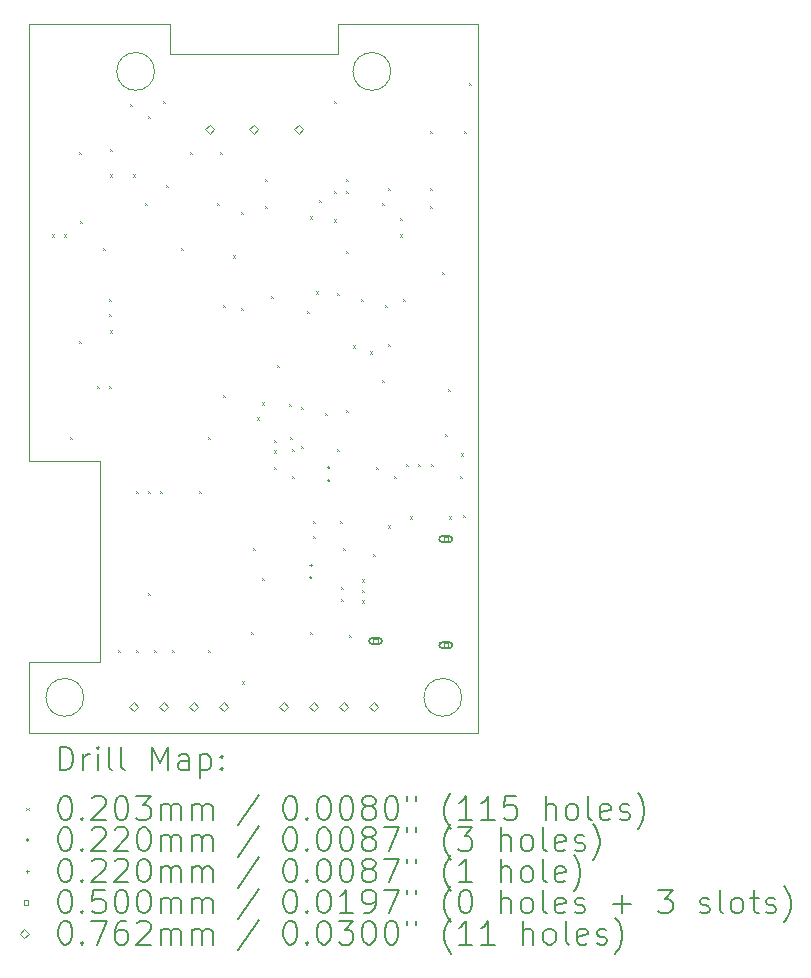
<source format=gbr>
%TF.GenerationSoftware,KiCad,Pcbnew,7.0.5*%
%TF.CreationDate,2023-06-26T09:37:44-04:00*%
%TF.ProjectId,ESP32Sensor-Sensor_board,45535033-3253-4656-9e73-6f722d53656e,rev?*%
%TF.SameCoordinates,Original*%
%TF.FileFunction,Drillmap*%
%TF.FilePolarity,Positive*%
%FSLAX45Y45*%
G04 Gerber Fmt 4.5, Leading zero omitted, Abs format (unit mm)*
G04 Created by KiCad (PCBNEW 7.0.5) date 2023-06-26 09:37:44*
%MOMM*%
%LPD*%
G01*
G04 APERTURE LIST*
%ADD10C,0.100000*%
%ADD11C,0.200000*%
%ADD12C,0.020320*%
%ADD13C,0.022000*%
%ADD14C,0.022030*%
%ADD15C,0.050000*%
%ADD16C,0.076200*%
G04 APERTURE END LIST*
D10*
X-1300000Y-3700000D02*
X-1300000Y-5400000D01*
X1900000Y-6000000D02*
X-1900000Y-6000000D01*
X-1900000Y0D02*
X-711200Y0D01*
X-840000Y-400000D02*
G75*
G03*
X-840000Y-400000I-160000J0D01*
G01*
X1760000Y-5700000D02*
G75*
G03*
X1760000Y-5700000I-160000J0D01*
G01*
X-1900000Y-3700000D02*
X-1300000Y-3700000D01*
X1900000Y0D02*
X1900000Y-6000000D01*
X-1900000Y-5400000D02*
X-1300000Y-5400000D01*
X-711200Y-254000D02*
X-711200Y0D01*
X-1900000Y0D02*
X-1900000Y-3700000D01*
X711200Y0D02*
X1900000Y0D01*
X-1440000Y-5700000D02*
G75*
G03*
X-1440000Y-5700000I-160000J0D01*
G01*
X711200Y0D02*
X711200Y-254000D01*
X711200Y-254000D02*
X-711200Y-254000D01*
X1160000Y-400000D02*
G75*
G03*
X1160000Y-400000I-160000J0D01*
G01*
X-1900000Y-6000000D02*
X-1900000Y-5400000D01*
D11*
D12*
X-1711960Y-1780540D02*
X-1691640Y-1800860D01*
X-1691640Y-1780540D02*
X-1711960Y-1800860D01*
X-1610360Y-1780540D02*
X-1590040Y-1800860D01*
X-1590040Y-1780540D02*
X-1610360Y-1800860D01*
X-1559560Y-3495040D02*
X-1539240Y-3515360D01*
X-1539240Y-3495040D02*
X-1559560Y-3515360D01*
X-1483360Y-1082040D02*
X-1463040Y-1102360D01*
X-1463040Y-1082040D02*
X-1483360Y-1102360D01*
X-1483360Y-2682240D02*
X-1463040Y-2702560D01*
X-1463040Y-2682240D02*
X-1483360Y-2702560D01*
X-1470660Y-1666240D02*
X-1450340Y-1686560D01*
X-1450340Y-1666240D02*
X-1470660Y-1686560D01*
X-1330960Y-3063240D02*
X-1310640Y-3083560D01*
X-1310640Y-3063240D02*
X-1330960Y-3083560D01*
X-1280160Y-1894840D02*
X-1259840Y-1915160D01*
X-1259840Y-1894840D02*
X-1280160Y-1915160D01*
X-1229360Y-2326640D02*
X-1209040Y-2346960D01*
X-1209040Y-2326640D02*
X-1229360Y-2346960D01*
X-1229360Y-2453640D02*
X-1209040Y-2473960D01*
X-1209040Y-2453640D02*
X-1229360Y-2473960D01*
X-1229360Y-3063240D02*
X-1209040Y-3083560D01*
X-1209040Y-3063240D02*
X-1229360Y-3083560D01*
X-1216660Y-1056640D02*
X-1196340Y-1076960D01*
X-1196340Y-1056640D02*
X-1216660Y-1076960D01*
X-1216660Y-1272540D02*
X-1196340Y-1292860D01*
X-1196340Y-1272540D02*
X-1216660Y-1292860D01*
X-1216660Y-2593340D02*
X-1196340Y-2613660D01*
X-1196340Y-2593340D02*
X-1216660Y-2613660D01*
X-1153160Y-5298440D02*
X-1132840Y-5318760D01*
X-1132840Y-5298440D02*
X-1153160Y-5318760D01*
X-1051560Y-675640D02*
X-1031240Y-695960D01*
X-1031240Y-675640D02*
X-1051560Y-695960D01*
X-1026160Y-1272540D02*
X-1005840Y-1292860D01*
X-1005840Y-1272540D02*
X-1026160Y-1292860D01*
X-1000760Y-3952240D02*
X-980440Y-3972560D01*
X-980440Y-3952240D02*
X-1000760Y-3972560D01*
X-1000760Y-5298440D02*
X-980440Y-5318760D01*
X-980440Y-5298440D02*
X-1000760Y-5318760D01*
X-924560Y-1513840D02*
X-904240Y-1534160D01*
X-904240Y-1513840D02*
X-924560Y-1534160D01*
X-899160Y-777240D02*
X-878840Y-797560D01*
X-878840Y-777240D02*
X-899160Y-797560D01*
X-899160Y-3952240D02*
X-878840Y-3972560D01*
X-878840Y-3952240D02*
X-899160Y-3972560D01*
X-899160Y-4815840D02*
X-878840Y-4836160D01*
X-878840Y-4815840D02*
X-899160Y-4836160D01*
X-848360Y-5298440D02*
X-828040Y-5318760D01*
X-828040Y-5298440D02*
X-848360Y-5318760D01*
X-797560Y-3952240D02*
X-777240Y-3972560D01*
X-777240Y-3952240D02*
X-797560Y-3972560D01*
X-772160Y-650240D02*
X-751840Y-670560D01*
X-751840Y-650240D02*
X-772160Y-670560D01*
X-746760Y-1361440D02*
X-726440Y-1381760D01*
X-726440Y-1361440D02*
X-746760Y-1381760D01*
X-695960Y-5298440D02*
X-675640Y-5318760D01*
X-675640Y-5298440D02*
X-695960Y-5318760D01*
X-619760Y-1894840D02*
X-599440Y-1915160D01*
X-599440Y-1894840D02*
X-619760Y-1915160D01*
X-543560Y-1082040D02*
X-523240Y-1102360D01*
X-523240Y-1082040D02*
X-543560Y-1102360D01*
X-467360Y-3952240D02*
X-447040Y-3972560D01*
X-447040Y-3952240D02*
X-467360Y-3972560D01*
X-391160Y-3495040D02*
X-370840Y-3515360D01*
X-370840Y-3495040D02*
X-391160Y-3515360D01*
X-391160Y-5298440D02*
X-370840Y-5318760D01*
X-370840Y-5298440D02*
X-391160Y-5318760D01*
X-314960Y-1513840D02*
X-294640Y-1534160D01*
X-294640Y-1513840D02*
X-314960Y-1534160D01*
X-289560Y-1082040D02*
X-269240Y-1102360D01*
X-269240Y-1082040D02*
X-289560Y-1102360D01*
X-264160Y-2377440D02*
X-243840Y-2397760D01*
X-243840Y-2377440D02*
X-264160Y-2397760D01*
X-264160Y-3139440D02*
X-243840Y-3159760D01*
X-243840Y-3139440D02*
X-264160Y-3159760D01*
X-175260Y-1958340D02*
X-154940Y-1978660D01*
X-154940Y-1958340D02*
X-175260Y-1978660D01*
X-111760Y-1590040D02*
X-91440Y-1610360D01*
X-91440Y-1590040D02*
X-111760Y-1610360D01*
X-111760Y-2402840D02*
X-91440Y-2423160D01*
X-91440Y-2402840D02*
X-111760Y-2423160D01*
X-99060Y-5565140D02*
X-78740Y-5585460D01*
X-78740Y-5565140D02*
X-99060Y-5585460D01*
X-22860Y-5146040D02*
X-2540Y-5166360D01*
X-2540Y-5146040D02*
X-22860Y-5166360D01*
X-10160Y-4434840D02*
X10160Y-4455160D01*
X10160Y-4434840D02*
X-10160Y-4455160D01*
X27940Y-3329940D02*
X48260Y-3350260D01*
X48260Y-3329940D02*
X27940Y-3350260D01*
X66040Y-3202940D02*
X86360Y-3223260D01*
X86360Y-3202940D02*
X66040Y-3223260D01*
X66040Y-4688840D02*
X86360Y-4709160D01*
X86360Y-4688840D02*
X66040Y-4709160D01*
X91440Y-1310640D02*
X111760Y-1330960D01*
X111760Y-1310640D02*
X91440Y-1330960D01*
X91440Y-1539240D02*
X111760Y-1559560D01*
X111760Y-1539240D02*
X91440Y-1559560D01*
X142240Y-2301240D02*
X162560Y-2321560D01*
X162560Y-2301240D02*
X142240Y-2321560D01*
X167640Y-3520440D02*
X187960Y-3540760D01*
X187960Y-3520440D02*
X167640Y-3540760D01*
X167640Y-3609340D02*
X187960Y-3629660D01*
X187960Y-3609340D02*
X167640Y-3629660D01*
X167640Y-3749040D02*
X187960Y-3769360D01*
X187960Y-3749040D02*
X167640Y-3769360D01*
X193040Y-2885440D02*
X213360Y-2905760D01*
X213360Y-2885440D02*
X193040Y-2905760D01*
X294640Y-3215640D02*
X314960Y-3235960D01*
X314960Y-3215640D02*
X294640Y-3235960D01*
X306049Y-3494117D02*
X326369Y-3514437D01*
X326369Y-3494117D02*
X306049Y-3514437D01*
X320040Y-3596640D02*
X340360Y-3616960D01*
X340360Y-3596640D02*
X320040Y-3616960D01*
X320040Y-3825240D02*
X340360Y-3845560D01*
X340360Y-3825240D02*
X320040Y-3845560D01*
X396240Y-3241040D02*
X416560Y-3261360D01*
X416560Y-3241040D02*
X396240Y-3261360D01*
X396240Y-3571240D02*
X416560Y-3591560D01*
X416560Y-3571240D02*
X396240Y-3591560D01*
X447040Y-2428240D02*
X467360Y-2448560D01*
X467360Y-2428240D02*
X447040Y-2448560D01*
X472440Y-1628140D02*
X492760Y-1648460D01*
X492760Y-1628140D02*
X472440Y-1648460D01*
X472440Y-5146040D02*
X492760Y-5166360D01*
X492760Y-5146040D02*
X472440Y-5166360D01*
X497840Y-4206240D02*
X518160Y-4226560D01*
X518160Y-4206240D02*
X497840Y-4226560D01*
X497840Y-4333240D02*
X518160Y-4353560D01*
X518160Y-4333240D02*
X497840Y-4353560D01*
X523240Y-2263140D02*
X543560Y-2283460D01*
X543560Y-2263140D02*
X523240Y-2283460D01*
X548640Y-1488440D02*
X568960Y-1508760D01*
X568960Y-1488440D02*
X548640Y-1508760D01*
X599440Y-3291840D02*
X619760Y-3312160D01*
X619760Y-3291840D02*
X599440Y-3312160D01*
X675640Y-650240D02*
X695960Y-670560D01*
X695960Y-650240D02*
X675640Y-670560D01*
X675640Y-1412240D02*
X695960Y-1432560D01*
X695960Y-1412240D02*
X675640Y-1432560D01*
X675640Y-1653540D02*
X695960Y-1673860D01*
X695960Y-1653540D02*
X675640Y-1673860D01*
X701040Y-2275840D02*
X721360Y-2296160D01*
X721360Y-2275840D02*
X701040Y-2296160D01*
X701040Y-3596640D02*
X721360Y-3616960D01*
X721360Y-3596640D02*
X701040Y-3616960D01*
X726440Y-4206240D02*
X746760Y-4226560D01*
X746760Y-4206240D02*
X726440Y-4226560D01*
X739140Y-4765040D02*
X759460Y-4785360D01*
X759460Y-4765040D02*
X739140Y-4785360D01*
X739140Y-4866640D02*
X759460Y-4886960D01*
X759460Y-4866640D02*
X739140Y-4886960D01*
X751840Y-4434840D02*
X772160Y-4455160D01*
X772160Y-4434840D02*
X751840Y-4455160D01*
X777240Y-1310640D02*
X797560Y-1330960D01*
X797560Y-1310640D02*
X777240Y-1330960D01*
X777240Y-1412240D02*
X797560Y-1432560D01*
X797560Y-1412240D02*
X777240Y-1432560D01*
X777240Y-1920240D02*
X797560Y-1940560D01*
X797560Y-1920240D02*
X777240Y-1940560D01*
X777240Y-3266440D02*
X797560Y-3286760D01*
X797560Y-3266440D02*
X777240Y-3286760D01*
X802640Y-5171440D02*
X822960Y-5191760D01*
X822960Y-5171440D02*
X802640Y-5191760D01*
X840740Y-2720340D02*
X861060Y-2740660D01*
X861060Y-2720340D02*
X840740Y-2740660D01*
X904240Y-2326640D02*
X924560Y-2346960D01*
X924560Y-2326640D02*
X904240Y-2346960D01*
X916940Y-4701540D02*
X937260Y-4721860D01*
X937260Y-4701540D02*
X916940Y-4721860D01*
X916940Y-4790440D02*
X937260Y-4810760D01*
X937260Y-4790440D02*
X916940Y-4810760D01*
X916940Y-4879340D02*
X937260Y-4899660D01*
X937260Y-4879340D02*
X916940Y-4899660D01*
X980440Y-2771140D02*
X1000760Y-2791460D01*
X1000760Y-2771140D02*
X980440Y-2791460D01*
X1005840Y-4485640D02*
X1026160Y-4505960D01*
X1026160Y-4485640D02*
X1005840Y-4505960D01*
X1031240Y-3749040D02*
X1051560Y-3769360D01*
X1051560Y-3749040D02*
X1031240Y-3769360D01*
X1082040Y-1513840D02*
X1102360Y-1534160D01*
X1102360Y-1513840D02*
X1082040Y-1534160D01*
X1082040Y-3012440D02*
X1102360Y-3032760D01*
X1102360Y-3012440D02*
X1082040Y-3032760D01*
X1107440Y-2377440D02*
X1127760Y-2397760D01*
X1127760Y-2377440D02*
X1107440Y-2397760D01*
X1132840Y-1386840D02*
X1153160Y-1407160D01*
X1153160Y-1386840D02*
X1132840Y-1407160D01*
X1132840Y-2707640D02*
X1153160Y-2727960D01*
X1153160Y-2707640D02*
X1132840Y-2727960D01*
X1132840Y-4244340D02*
X1153160Y-4264660D01*
X1153160Y-4244340D02*
X1132840Y-4264660D01*
X1183640Y-3825240D02*
X1203960Y-3845560D01*
X1203960Y-3825240D02*
X1183640Y-3845560D01*
X1234440Y-1640840D02*
X1254760Y-1661160D01*
X1254760Y-1640840D02*
X1234440Y-1661160D01*
X1234440Y-1780540D02*
X1254760Y-1800860D01*
X1254760Y-1780540D02*
X1234440Y-1800860D01*
X1259840Y-2326640D02*
X1280160Y-2346960D01*
X1280160Y-2326640D02*
X1259840Y-2346960D01*
X1285240Y-3723640D02*
X1305560Y-3743960D01*
X1305560Y-3723640D02*
X1285240Y-3743960D01*
X1323340Y-4168140D02*
X1343660Y-4188460D01*
X1343660Y-4168140D02*
X1323340Y-4188460D01*
X1386840Y-3723640D02*
X1407160Y-3743960D01*
X1407160Y-3723640D02*
X1386840Y-3743960D01*
X1488440Y-904240D02*
X1508760Y-924560D01*
X1508760Y-904240D02*
X1488440Y-924560D01*
X1488440Y-1386840D02*
X1508760Y-1407160D01*
X1508760Y-1386840D02*
X1488440Y-1407160D01*
X1488440Y-1539240D02*
X1508760Y-1559560D01*
X1508760Y-1539240D02*
X1488440Y-1559560D01*
X1501140Y-3723640D02*
X1521460Y-3743960D01*
X1521460Y-3723640D02*
X1501140Y-3743960D01*
X1590040Y-2098040D02*
X1610360Y-2118360D01*
X1610360Y-2098040D02*
X1590040Y-2118360D01*
X1615440Y-3469640D02*
X1635760Y-3489960D01*
X1635760Y-3469640D02*
X1615440Y-3489960D01*
X1640840Y-3088640D02*
X1661160Y-3108960D01*
X1661160Y-3088640D02*
X1640840Y-3108960D01*
X1653540Y-4168140D02*
X1673860Y-4188460D01*
X1673860Y-4168140D02*
X1653540Y-4188460D01*
X1742440Y-3825240D02*
X1762760Y-3845560D01*
X1762760Y-3825240D02*
X1742440Y-3845560D01*
X1755140Y-3634740D02*
X1775460Y-3655060D01*
X1775460Y-3634740D02*
X1755140Y-3655060D01*
X1767840Y-4155440D02*
X1788160Y-4175760D01*
X1788160Y-4155440D02*
X1767840Y-4175760D01*
X1779210Y-904240D02*
X1799530Y-924560D01*
X1799530Y-904240D02*
X1779210Y-924560D01*
X1818640Y-497840D02*
X1838960Y-518160D01*
X1838960Y-497840D02*
X1818640Y-518160D01*
D13*
X493750Y-4689000D02*
G75*
G03*
X493750Y-4689000I-11000J0D01*
G01*
X646000Y-3755000D02*
G75*
G03*
X646000Y-3755000I-11000J0D01*
G01*
X646000Y-3865000D02*
G75*
G03*
X646000Y-3865000I-11000J0D01*
G01*
D14*
X482750Y-4567985D02*
X482750Y-4590015D01*
X471735Y-4579000D02*
X493765Y-4579000D01*
D15*
X1048278Y-5239478D02*
X1048278Y-5204122D01*
X1012922Y-5204122D01*
X1012922Y-5239478D01*
X1048278Y-5239478D01*
D11*
X1000600Y-5246800D02*
X1060600Y-5246800D01*
X1060600Y-5246800D02*
G75*
G03*
X1060600Y-5196800I0J25000D01*
G01*
X1060600Y-5196800D02*
X1000600Y-5196800D01*
X1000600Y-5196800D02*
G75*
G03*
X1000600Y-5246800I0J-25000D01*
G01*
D15*
X1643278Y-4377478D02*
X1643278Y-4342122D01*
X1607922Y-4342122D01*
X1607922Y-4377478D01*
X1643278Y-4377478D01*
D11*
X1595600Y-4384800D02*
X1655600Y-4384800D01*
X1655600Y-4384800D02*
G75*
G03*
X1655600Y-4334800I0J25000D01*
G01*
X1655600Y-4334800D02*
X1595600Y-4334800D01*
X1595600Y-4334800D02*
G75*
G03*
X1595600Y-4384800I0J-25000D01*
G01*
D15*
X1643278Y-5275478D02*
X1643278Y-5240122D01*
X1607922Y-5240122D01*
X1607922Y-5275478D01*
X1643278Y-5275478D01*
D11*
X1595600Y-5282800D02*
X1655600Y-5282800D01*
X1655600Y-5282800D02*
G75*
G03*
X1655600Y-5232800I0J25000D01*
G01*
X1655600Y-5232800D02*
X1595600Y-5232800D01*
X1595600Y-5232800D02*
G75*
G03*
X1595600Y-5282800I0J-25000D01*
G01*
D16*
X-1016000Y-5816600D02*
X-977900Y-5778500D01*
X-1016000Y-5740400D01*
X-1054100Y-5778500D01*
X-1016000Y-5816600D01*
X-762000Y-5816600D02*
X-723900Y-5778500D01*
X-762000Y-5740400D01*
X-800100Y-5778500D01*
X-762000Y-5816600D01*
X-508000Y-5816600D02*
X-469900Y-5778500D01*
X-508000Y-5740400D01*
X-546100Y-5778500D01*
X-508000Y-5816600D01*
X-374650Y-927100D02*
X-336550Y-889000D01*
X-374650Y-850900D01*
X-412750Y-889000D01*
X-374650Y-927100D01*
X-254000Y-5816600D02*
X-215900Y-5778500D01*
X-254000Y-5740400D01*
X-292100Y-5778500D01*
X-254000Y-5816600D01*
X0Y-927100D02*
X38100Y-889000D01*
X0Y-850900D01*
X-38100Y-889000D01*
X0Y-927100D01*
X254000Y-5816600D02*
X292100Y-5778500D01*
X254000Y-5740400D01*
X215900Y-5778500D01*
X254000Y-5816600D01*
X381000Y-927100D02*
X419100Y-889000D01*
X381000Y-850900D01*
X342900Y-889000D01*
X381000Y-927100D01*
X508000Y-5816600D02*
X546100Y-5778500D01*
X508000Y-5740400D01*
X469900Y-5778500D01*
X508000Y-5816600D01*
X762000Y-5816600D02*
X800100Y-5778500D01*
X762000Y-5740400D01*
X723900Y-5778500D01*
X762000Y-5816600D01*
X1016000Y-5816600D02*
X1054100Y-5778500D01*
X1016000Y-5740400D01*
X977900Y-5778500D01*
X1016000Y-5816600D01*
D11*
X-1644223Y-6316484D02*
X-1644223Y-6116484D01*
X-1644223Y-6116484D02*
X-1596604Y-6116484D01*
X-1596604Y-6116484D02*
X-1568033Y-6126008D01*
X-1568033Y-6126008D02*
X-1548985Y-6145055D01*
X-1548985Y-6145055D02*
X-1539461Y-6164103D01*
X-1539461Y-6164103D02*
X-1529937Y-6202198D01*
X-1529937Y-6202198D02*
X-1529937Y-6230769D01*
X-1529937Y-6230769D02*
X-1539461Y-6268865D01*
X-1539461Y-6268865D02*
X-1548985Y-6287912D01*
X-1548985Y-6287912D02*
X-1568033Y-6306960D01*
X-1568033Y-6306960D02*
X-1596604Y-6316484D01*
X-1596604Y-6316484D02*
X-1644223Y-6316484D01*
X-1444223Y-6316484D02*
X-1444223Y-6183150D01*
X-1444223Y-6221246D02*
X-1434699Y-6202198D01*
X-1434699Y-6202198D02*
X-1425175Y-6192674D01*
X-1425175Y-6192674D02*
X-1406128Y-6183150D01*
X-1406128Y-6183150D02*
X-1387080Y-6183150D01*
X-1320414Y-6316484D02*
X-1320414Y-6183150D01*
X-1320414Y-6116484D02*
X-1329937Y-6126008D01*
X-1329937Y-6126008D02*
X-1320414Y-6135531D01*
X-1320414Y-6135531D02*
X-1310890Y-6126008D01*
X-1310890Y-6126008D02*
X-1320414Y-6116484D01*
X-1320414Y-6116484D02*
X-1320414Y-6135531D01*
X-1196604Y-6316484D02*
X-1215652Y-6306960D01*
X-1215652Y-6306960D02*
X-1225176Y-6287912D01*
X-1225176Y-6287912D02*
X-1225176Y-6116484D01*
X-1091842Y-6316484D02*
X-1110890Y-6306960D01*
X-1110890Y-6306960D02*
X-1120414Y-6287912D01*
X-1120414Y-6287912D02*
X-1120414Y-6116484D01*
X-863271Y-6316484D02*
X-863271Y-6116484D01*
X-863271Y-6116484D02*
X-796604Y-6259341D01*
X-796604Y-6259341D02*
X-729937Y-6116484D01*
X-729937Y-6116484D02*
X-729937Y-6316484D01*
X-548985Y-6316484D02*
X-548985Y-6211722D01*
X-548985Y-6211722D02*
X-558509Y-6192674D01*
X-558509Y-6192674D02*
X-577556Y-6183150D01*
X-577556Y-6183150D02*
X-615652Y-6183150D01*
X-615652Y-6183150D02*
X-634699Y-6192674D01*
X-548985Y-6306960D02*
X-568033Y-6316484D01*
X-568033Y-6316484D02*
X-615652Y-6316484D01*
X-615652Y-6316484D02*
X-634699Y-6306960D01*
X-634699Y-6306960D02*
X-644223Y-6287912D01*
X-644223Y-6287912D02*
X-644223Y-6268865D01*
X-644223Y-6268865D02*
X-634699Y-6249817D01*
X-634699Y-6249817D02*
X-615652Y-6240293D01*
X-615652Y-6240293D02*
X-568033Y-6240293D01*
X-568033Y-6240293D02*
X-548985Y-6230769D01*
X-453747Y-6183150D02*
X-453747Y-6383150D01*
X-453747Y-6192674D02*
X-434699Y-6183150D01*
X-434699Y-6183150D02*
X-396604Y-6183150D01*
X-396604Y-6183150D02*
X-377556Y-6192674D01*
X-377556Y-6192674D02*
X-368033Y-6202198D01*
X-368033Y-6202198D02*
X-358509Y-6221246D01*
X-358509Y-6221246D02*
X-358509Y-6278388D01*
X-358509Y-6278388D02*
X-368033Y-6297436D01*
X-368033Y-6297436D02*
X-377556Y-6306960D01*
X-377556Y-6306960D02*
X-396604Y-6316484D01*
X-396604Y-6316484D02*
X-434699Y-6316484D01*
X-434699Y-6316484D02*
X-453747Y-6306960D01*
X-272795Y-6297436D02*
X-263271Y-6306960D01*
X-263271Y-6306960D02*
X-272795Y-6316484D01*
X-272795Y-6316484D02*
X-282318Y-6306960D01*
X-282318Y-6306960D02*
X-272795Y-6297436D01*
X-272795Y-6297436D02*
X-272795Y-6316484D01*
X-272795Y-6192674D02*
X-263271Y-6202198D01*
X-263271Y-6202198D02*
X-272795Y-6211722D01*
X-272795Y-6211722D02*
X-282318Y-6202198D01*
X-282318Y-6202198D02*
X-272795Y-6192674D01*
X-272795Y-6192674D02*
X-272795Y-6211722D01*
D12*
X-1925320Y-6634840D02*
X-1905000Y-6655160D01*
X-1905000Y-6634840D02*
X-1925320Y-6655160D01*
D11*
X-1606128Y-6536484D02*
X-1587080Y-6536484D01*
X-1587080Y-6536484D02*
X-1568033Y-6546008D01*
X-1568033Y-6546008D02*
X-1558509Y-6555531D01*
X-1558509Y-6555531D02*
X-1548985Y-6574579D01*
X-1548985Y-6574579D02*
X-1539461Y-6612674D01*
X-1539461Y-6612674D02*
X-1539461Y-6660293D01*
X-1539461Y-6660293D02*
X-1548985Y-6698388D01*
X-1548985Y-6698388D02*
X-1558509Y-6717436D01*
X-1558509Y-6717436D02*
X-1568033Y-6726960D01*
X-1568033Y-6726960D02*
X-1587080Y-6736484D01*
X-1587080Y-6736484D02*
X-1606128Y-6736484D01*
X-1606128Y-6736484D02*
X-1625175Y-6726960D01*
X-1625175Y-6726960D02*
X-1634699Y-6717436D01*
X-1634699Y-6717436D02*
X-1644223Y-6698388D01*
X-1644223Y-6698388D02*
X-1653747Y-6660293D01*
X-1653747Y-6660293D02*
X-1653747Y-6612674D01*
X-1653747Y-6612674D02*
X-1644223Y-6574579D01*
X-1644223Y-6574579D02*
X-1634699Y-6555531D01*
X-1634699Y-6555531D02*
X-1625175Y-6546008D01*
X-1625175Y-6546008D02*
X-1606128Y-6536484D01*
X-1453747Y-6717436D02*
X-1444223Y-6726960D01*
X-1444223Y-6726960D02*
X-1453747Y-6736484D01*
X-1453747Y-6736484D02*
X-1463271Y-6726960D01*
X-1463271Y-6726960D02*
X-1453747Y-6717436D01*
X-1453747Y-6717436D02*
X-1453747Y-6736484D01*
X-1368033Y-6555531D02*
X-1358509Y-6546008D01*
X-1358509Y-6546008D02*
X-1339461Y-6536484D01*
X-1339461Y-6536484D02*
X-1291842Y-6536484D01*
X-1291842Y-6536484D02*
X-1272795Y-6546008D01*
X-1272795Y-6546008D02*
X-1263271Y-6555531D01*
X-1263271Y-6555531D02*
X-1253747Y-6574579D01*
X-1253747Y-6574579D02*
X-1253747Y-6593627D01*
X-1253747Y-6593627D02*
X-1263271Y-6622198D01*
X-1263271Y-6622198D02*
X-1377556Y-6736484D01*
X-1377556Y-6736484D02*
X-1253747Y-6736484D01*
X-1129937Y-6536484D02*
X-1110890Y-6536484D01*
X-1110890Y-6536484D02*
X-1091842Y-6546008D01*
X-1091842Y-6546008D02*
X-1082318Y-6555531D01*
X-1082318Y-6555531D02*
X-1072795Y-6574579D01*
X-1072795Y-6574579D02*
X-1063271Y-6612674D01*
X-1063271Y-6612674D02*
X-1063271Y-6660293D01*
X-1063271Y-6660293D02*
X-1072795Y-6698388D01*
X-1072795Y-6698388D02*
X-1082318Y-6717436D01*
X-1082318Y-6717436D02*
X-1091842Y-6726960D01*
X-1091842Y-6726960D02*
X-1110890Y-6736484D01*
X-1110890Y-6736484D02*
X-1129937Y-6736484D01*
X-1129937Y-6736484D02*
X-1148985Y-6726960D01*
X-1148985Y-6726960D02*
X-1158509Y-6717436D01*
X-1158509Y-6717436D02*
X-1168033Y-6698388D01*
X-1168033Y-6698388D02*
X-1177556Y-6660293D01*
X-1177556Y-6660293D02*
X-1177556Y-6612674D01*
X-1177556Y-6612674D02*
X-1168033Y-6574579D01*
X-1168033Y-6574579D02*
X-1158509Y-6555531D01*
X-1158509Y-6555531D02*
X-1148985Y-6546008D01*
X-1148985Y-6546008D02*
X-1129937Y-6536484D01*
X-996604Y-6536484D02*
X-872794Y-6536484D01*
X-872794Y-6536484D02*
X-939461Y-6612674D01*
X-939461Y-6612674D02*
X-910890Y-6612674D01*
X-910890Y-6612674D02*
X-891842Y-6622198D01*
X-891842Y-6622198D02*
X-882318Y-6631722D01*
X-882318Y-6631722D02*
X-872794Y-6650769D01*
X-872794Y-6650769D02*
X-872794Y-6698388D01*
X-872794Y-6698388D02*
X-882318Y-6717436D01*
X-882318Y-6717436D02*
X-891842Y-6726960D01*
X-891842Y-6726960D02*
X-910890Y-6736484D01*
X-910890Y-6736484D02*
X-968033Y-6736484D01*
X-968033Y-6736484D02*
X-987080Y-6726960D01*
X-987080Y-6726960D02*
X-996604Y-6717436D01*
X-787080Y-6736484D02*
X-787080Y-6603150D01*
X-787080Y-6622198D02*
X-777556Y-6612674D01*
X-777556Y-6612674D02*
X-758509Y-6603150D01*
X-758509Y-6603150D02*
X-729937Y-6603150D01*
X-729937Y-6603150D02*
X-710890Y-6612674D01*
X-710890Y-6612674D02*
X-701366Y-6631722D01*
X-701366Y-6631722D02*
X-701366Y-6736484D01*
X-701366Y-6631722D02*
X-691842Y-6612674D01*
X-691842Y-6612674D02*
X-672795Y-6603150D01*
X-672795Y-6603150D02*
X-644223Y-6603150D01*
X-644223Y-6603150D02*
X-625175Y-6612674D01*
X-625175Y-6612674D02*
X-615652Y-6631722D01*
X-615652Y-6631722D02*
X-615652Y-6736484D01*
X-520413Y-6736484D02*
X-520413Y-6603150D01*
X-520413Y-6622198D02*
X-510890Y-6612674D01*
X-510890Y-6612674D02*
X-491842Y-6603150D01*
X-491842Y-6603150D02*
X-463271Y-6603150D01*
X-463271Y-6603150D02*
X-444223Y-6612674D01*
X-444223Y-6612674D02*
X-434699Y-6631722D01*
X-434699Y-6631722D02*
X-434699Y-6736484D01*
X-434699Y-6631722D02*
X-425175Y-6612674D01*
X-425175Y-6612674D02*
X-406128Y-6603150D01*
X-406128Y-6603150D02*
X-377556Y-6603150D01*
X-377556Y-6603150D02*
X-358509Y-6612674D01*
X-358509Y-6612674D02*
X-348985Y-6631722D01*
X-348985Y-6631722D02*
X-348985Y-6736484D01*
X41491Y-6526960D02*
X-129937Y-6784103D01*
X298634Y-6536484D02*
X317682Y-6536484D01*
X317682Y-6536484D02*
X336729Y-6546008D01*
X336729Y-6546008D02*
X346253Y-6555531D01*
X346253Y-6555531D02*
X355777Y-6574579D01*
X355777Y-6574579D02*
X365301Y-6612674D01*
X365301Y-6612674D02*
X365301Y-6660293D01*
X365301Y-6660293D02*
X355777Y-6698388D01*
X355777Y-6698388D02*
X346253Y-6717436D01*
X346253Y-6717436D02*
X336729Y-6726960D01*
X336729Y-6726960D02*
X317682Y-6736484D01*
X317682Y-6736484D02*
X298634Y-6736484D01*
X298634Y-6736484D02*
X279587Y-6726960D01*
X279587Y-6726960D02*
X270063Y-6717436D01*
X270063Y-6717436D02*
X260539Y-6698388D01*
X260539Y-6698388D02*
X251015Y-6660293D01*
X251015Y-6660293D02*
X251015Y-6612674D01*
X251015Y-6612674D02*
X260539Y-6574579D01*
X260539Y-6574579D02*
X270063Y-6555531D01*
X270063Y-6555531D02*
X279587Y-6546008D01*
X279587Y-6546008D02*
X298634Y-6536484D01*
X451015Y-6717436D02*
X460539Y-6726960D01*
X460539Y-6726960D02*
X451015Y-6736484D01*
X451015Y-6736484D02*
X441491Y-6726960D01*
X441491Y-6726960D02*
X451015Y-6717436D01*
X451015Y-6717436D02*
X451015Y-6736484D01*
X584348Y-6536484D02*
X603396Y-6536484D01*
X603396Y-6536484D02*
X622444Y-6546008D01*
X622444Y-6546008D02*
X631968Y-6555531D01*
X631968Y-6555531D02*
X641491Y-6574579D01*
X641491Y-6574579D02*
X651015Y-6612674D01*
X651015Y-6612674D02*
X651015Y-6660293D01*
X651015Y-6660293D02*
X641491Y-6698388D01*
X641491Y-6698388D02*
X631968Y-6717436D01*
X631968Y-6717436D02*
X622444Y-6726960D01*
X622444Y-6726960D02*
X603396Y-6736484D01*
X603396Y-6736484D02*
X584348Y-6736484D01*
X584348Y-6736484D02*
X565301Y-6726960D01*
X565301Y-6726960D02*
X555777Y-6717436D01*
X555777Y-6717436D02*
X546253Y-6698388D01*
X546253Y-6698388D02*
X536729Y-6660293D01*
X536729Y-6660293D02*
X536729Y-6612674D01*
X536729Y-6612674D02*
X546253Y-6574579D01*
X546253Y-6574579D02*
X555777Y-6555531D01*
X555777Y-6555531D02*
X565301Y-6546008D01*
X565301Y-6546008D02*
X584348Y-6536484D01*
X774825Y-6536484D02*
X793872Y-6536484D01*
X793872Y-6536484D02*
X812920Y-6546008D01*
X812920Y-6546008D02*
X822444Y-6555531D01*
X822444Y-6555531D02*
X831967Y-6574579D01*
X831967Y-6574579D02*
X841491Y-6612674D01*
X841491Y-6612674D02*
X841491Y-6660293D01*
X841491Y-6660293D02*
X831967Y-6698388D01*
X831967Y-6698388D02*
X822444Y-6717436D01*
X822444Y-6717436D02*
X812920Y-6726960D01*
X812920Y-6726960D02*
X793872Y-6736484D01*
X793872Y-6736484D02*
X774825Y-6736484D01*
X774825Y-6736484D02*
X755777Y-6726960D01*
X755777Y-6726960D02*
X746253Y-6717436D01*
X746253Y-6717436D02*
X736729Y-6698388D01*
X736729Y-6698388D02*
X727206Y-6660293D01*
X727206Y-6660293D02*
X727206Y-6612674D01*
X727206Y-6612674D02*
X736729Y-6574579D01*
X736729Y-6574579D02*
X746253Y-6555531D01*
X746253Y-6555531D02*
X755777Y-6546008D01*
X755777Y-6546008D02*
X774825Y-6536484D01*
X955777Y-6622198D02*
X936729Y-6612674D01*
X936729Y-6612674D02*
X927206Y-6603150D01*
X927206Y-6603150D02*
X917682Y-6584103D01*
X917682Y-6584103D02*
X917682Y-6574579D01*
X917682Y-6574579D02*
X927206Y-6555531D01*
X927206Y-6555531D02*
X936729Y-6546008D01*
X936729Y-6546008D02*
X955777Y-6536484D01*
X955777Y-6536484D02*
X993872Y-6536484D01*
X993872Y-6536484D02*
X1012920Y-6546008D01*
X1012920Y-6546008D02*
X1022444Y-6555531D01*
X1022444Y-6555531D02*
X1031967Y-6574579D01*
X1031967Y-6574579D02*
X1031967Y-6584103D01*
X1031967Y-6584103D02*
X1022444Y-6603150D01*
X1022444Y-6603150D02*
X1012920Y-6612674D01*
X1012920Y-6612674D02*
X993872Y-6622198D01*
X993872Y-6622198D02*
X955777Y-6622198D01*
X955777Y-6622198D02*
X936729Y-6631722D01*
X936729Y-6631722D02*
X927206Y-6641246D01*
X927206Y-6641246D02*
X917682Y-6660293D01*
X917682Y-6660293D02*
X917682Y-6698388D01*
X917682Y-6698388D02*
X927206Y-6717436D01*
X927206Y-6717436D02*
X936729Y-6726960D01*
X936729Y-6726960D02*
X955777Y-6736484D01*
X955777Y-6736484D02*
X993872Y-6736484D01*
X993872Y-6736484D02*
X1012920Y-6726960D01*
X1012920Y-6726960D02*
X1022444Y-6717436D01*
X1022444Y-6717436D02*
X1031967Y-6698388D01*
X1031967Y-6698388D02*
X1031967Y-6660293D01*
X1031967Y-6660293D02*
X1022444Y-6641246D01*
X1022444Y-6641246D02*
X1012920Y-6631722D01*
X1012920Y-6631722D02*
X993872Y-6622198D01*
X1155777Y-6536484D02*
X1174825Y-6536484D01*
X1174825Y-6536484D02*
X1193872Y-6546008D01*
X1193872Y-6546008D02*
X1203396Y-6555531D01*
X1203396Y-6555531D02*
X1212920Y-6574579D01*
X1212920Y-6574579D02*
X1222444Y-6612674D01*
X1222444Y-6612674D02*
X1222444Y-6660293D01*
X1222444Y-6660293D02*
X1212920Y-6698388D01*
X1212920Y-6698388D02*
X1203396Y-6717436D01*
X1203396Y-6717436D02*
X1193872Y-6726960D01*
X1193872Y-6726960D02*
X1174825Y-6736484D01*
X1174825Y-6736484D02*
X1155777Y-6736484D01*
X1155777Y-6736484D02*
X1136729Y-6726960D01*
X1136729Y-6726960D02*
X1127206Y-6717436D01*
X1127206Y-6717436D02*
X1117682Y-6698388D01*
X1117682Y-6698388D02*
X1108158Y-6660293D01*
X1108158Y-6660293D02*
X1108158Y-6612674D01*
X1108158Y-6612674D02*
X1117682Y-6574579D01*
X1117682Y-6574579D02*
X1127206Y-6555531D01*
X1127206Y-6555531D02*
X1136729Y-6546008D01*
X1136729Y-6546008D02*
X1155777Y-6536484D01*
X1298634Y-6536484D02*
X1298634Y-6574579D01*
X1374825Y-6536484D02*
X1374825Y-6574579D01*
X1670063Y-6812674D02*
X1660539Y-6803150D01*
X1660539Y-6803150D02*
X1641491Y-6774579D01*
X1641491Y-6774579D02*
X1631968Y-6755531D01*
X1631968Y-6755531D02*
X1622444Y-6726960D01*
X1622444Y-6726960D02*
X1612920Y-6679341D01*
X1612920Y-6679341D02*
X1612920Y-6641246D01*
X1612920Y-6641246D02*
X1622444Y-6593627D01*
X1622444Y-6593627D02*
X1631968Y-6565055D01*
X1631968Y-6565055D02*
X1641491Y-6546008D01*
X1641491Y-6546008D02*
X1660539Y-6517436D01*
X1660539Y-6517436D02*
X1670063Y-6507912D01*
X1851015Y-6736484D02*
X1736729Y-6736484D01*
X1793872Y-6736484D02*
X1793872Y-6536484D01*
X1793872Y-6536484D02*
X1774825Y-6565055D01*
X1774825Y-6565055D02*
X1755777Y-6584103D01*
X1755777Y-6584103D02*
X1736729Y-6593627D01*
X2041491Y-6736484D02*
X1927206Y-6736484D01*
X1984348Y-6736484D02*
X1984348Y-6536484D01*
X1984348Y-6536484D02*
X1965301Y-6565055D01*
X1965301Y-6565055D02*
X1946253Y-6584103D01*
X1946253Y-6584103D02*
X1927206Y-6593627D01*
X2222444Y-6536484D02*
X2127206Y-6536484D01*
X2127206Y-6536484D02*
X2117682Y-6631722D01*
X2117682Y-6631722D02*
X2127206Y-6622198D01*
X2127206Y-6622198D02*
X2146253Y-6612674D01*
X2146253Y-6612674D02*
X2193872Y-6612674D01*
X2193872Y-6612674D02*
X2212920Y-6622198D01*
X2212920Y-6622198D02*
X2222444Y-6631722D01*
X2222444Y-6631722D02*
X2231968Y-6650769D01*
X2231968Y-6650769D02*
X2231968Y-6698388D01*
X2231968Y-6698388D02*
X2222444Y-6717436D01*
X2222444Y-6717436D02*
X2212920Y-6726960D01*
X2212920Y-6726960D02*
X2193872Y-6736484D01*
X2193872Y-6736484D02*
X2146253Y-6736484D01*
X2146253Y-6736484D02*
X2127206Y-6726960D01*
X2127206Y-6726960D02*
X2117682Y-6717436D01*
X2470063Y-6736484D02*
X2470063Y-6536484D01*
X2555777Y-6736484D02*
X2555777Y-6631722D01*
X2555777Y-6631722D02*
X2546253Y-6612674D01*
X2546253Y-6612674D02*
X2527206Y-6603150D01*
X2527206Y-6603150D02*
X2498634Y-6603150D01*
X2498634Y-6603150D02*
X2479587Y-6612674D01*
X2479587Y-6612674D02*
X2470063Y-6622198D01*
X2679587Y-6736484D02*
X2660539Y-6726960D01*
X2660539Y-6726960D02*
X2651015Y-6717436D01*
X2651015Y-6717436D02*
X2641492Y-6698388D01*
X2641492Y-6698388D02*
X2641492Y-6641246D01*
X2641492Y-6641246D02*
X2651015Y-6622198D01*
X2651015Y-6622198D02*
X2660539Y-6612674D01*
X2660539Y-6612674D02*
X2679587Y-6603150D01*
X2679587Y-6603150D02*
X2708158Y-6603150D01*
X2708158Y-6603150D02*
X2727206Y-6612674D01*
X2727206Y-6612674D02*
X2736730Y-6622198D01*
X2736730Y-6622198D02*
X2746253Y-6641246D01*
X2746253Y-6641246D02*
X2746253Y-6698388D01*
X2746253Y-6698388D02*
X2736730Y-6717436D01*
X2736730Y-6717436D02*
X2727206Y-6726960D01*
X2727206Y-6726960D02*
X2708158Y-6736484D01*
X2708158Y-6736484D02*
X2679587Y-6736484D01*
X2860539Y-6736484D02*
X2841491Y-6726960D01*
X2841491Y-6726960D02*
X2831968Y-6707912D01*
X2831968Y-6707912D02*
X2831968Y-6536484D01*
X3012920Y-6726960D02*
X2993872Y-6736484D01*
X2993872Y-6736484D02*
X2955777Y-6736484D01*
X2955777Y-6736484D02*
X2936730Y-6726960D01*
X2936730Y-6726960D02*
X2927206Y-6707912D01*
X2927206Y-6707912D02*
X2927206Y-6631722D01*
X2927206Y-6631722D02*
X2936730Y-6612674D01*
X2936730Y-6612674D02*
X2955777Y-6603150D01*
X2955777Y-6603150D02*
X2993872Y-6603150D01*
X2993872Y-6603150D02*
X3012920Y-6612674D01*
X3012920Y-6612674D02*
X3022444Y-6631722D01*
X3022444Y-6631722D02*
X3022444Y-6650769D01*
X3022444Y-6650769D02*
X2927206Y-6669817D01*
X3098634Y-6726960D02*
X3117682Y-6736484D01*
X3117682Y-6736484D02*
X3155777Y-6736484D01*
X3155777Y-6736484D02*
X3174825Y-6726960D01*
X3174825Y-6726960D02*
X3184349Y-6707912D01*
X3184349Y-6707912D02*
X3184349Y-6698388D01*
X3184349Y-6698388D02*
X3174825Y-6679341D01*
X3174825Y-6679341D02*
X3155777Y-6669817D01*
X3155777Y-6669817D02*
X3127206Y-6669817D01*
X3127206Y-6669817D02*
X3108158Y-6660293D01*
X3108158Y-6660293D02*
X3098634Y-6641246D01*
X3098634Y-6641246D02*
X3098634Y-6631722D01*
X3098634Y-6631722D02*
X3108158Y-6612674D01*
X3108158Y-6612674D02*
X3127206Y-6603150D01*
X3127206Y-6603150D02*
X3155777Y-6603150D01*
X3155777Y-6603150D02*
X3174825Y-6612674D01*
X3251015Y-6812674D02*
X3260539Y-6803150D01*
X3260539Y-6803150D02*
X3279587Y-6774579D01*
X3279587Y-6774579D02*
X3289111Y-6755531D01*
X3289111Y-6755531D02*
X3298634Y-6726960D01*
X3298634Y-6726960D02*
X3308158Y-6679341D01*
X3308158Y-6679341D02*
X3308158Y-6641246D01*
X3308158Y-6641246D02*
X3298634Y-6593627D01*
X3298634Y-6593627D02*
X3289111Y-6565055D01*
X3289111Y-6565055D02*
X3279587Y-6546008D01*
X3279587Y-6546008D02*
X3260539Y-6517436D01*
X3260539Y-6517436D02*
X3251015Y-6507912D01*
D13*
X-1905000Y-6909000D02*
G75*
G03*
X-1905000Y-6909000I-11000J0D01*
G01*
D11*
X-1606128Y-6800484D02*
X-1587080Y-6800484D01*
X-1587080Y-6800484D02*
X-1568033Y-6810008D01*
X-1568033Y-6810008D02*
X-1558509Y-6819531D01*
X-1558509Y-6819531D02*
X-1548985Y-6838579D01*
X-1548985Y-6838579D02*
X-1539461Y-6876674D01*
X-1539461Y-6876674D02*
X-1539461Y-6924293D01*
X-1539461Y-6924293D02*
X-1548985Y-6962388D01*
X-1548985Y-6962388D02*
X-1558509Y-6981436D01*
X-1558509Y-6981436D02*
X-1568033Y-6990960D01*
X-1568033Y-6990960D02*
X-1587080Y-7000484D01*
X-1587080Y-7000484D02*
X-1606128Y-7000484D01*
X-1606128Y-7000484D02*
X-1625175Y-6990960D01*
X-1625175Y-6990960D02*
X-1634699Y-6981436D01*
X-1634699Y-6981436D02*
X-1644223Y-6962388D01*
X-1644223Y-6962388D02*
X-1653747Y-6924293D01*
X-1653747Y-6924293D02*
X-1653747Y-6876674D01*
X-1653747Y-6876674D02*
X-1644223Y-6838579D01*
X-1644223Y-6838579D02*
X-1634699Y-6819531D01*
X-1634699Y-6819531D02*
X-1625175Y-6810008D01*
X-1625175Y-6810008D02*
X-1606128Y-6800484D01*
X-1453747Y-6981436D02*
X-1444223Y-6990960D01*
X-1444223Y-6990960D02*
X-1453747Y-7000484D01*
X-1453747Y-7000484D02*
X-1463271Y-6990960D01*
X-1463271Y-6990960D02*
X-1453747Y-6981436D01*
X-1453747Y-6981436D02*
X-1453747Y-7000484D01*
X-1368033Y-6819531D02*
X-1358509Y-6810008D01*
X-1358509Y-6810008D02*
X-1339461Y-6800484D01*
X-1339461Y-6800484D02*
X-1291842Y-6800484D01*
X-1291842Y-6800484D02*
X-1272795Y-6810008D01*
X-1272795Y-6810008D02*
X-1263271Y-6819531D01*
X-1263271Y-6819531D02*
X-1253747Y-6838579D01*
X-1253747Y-6838579D02*
X-1253747Y-6857627D01*
X-1253747Y-6857627D02*
X-1263271Y-6886198D01*
X-1263271Y-6886198D02*
X-1377556Y-7000484D01*
X-1377556Y-7000484D02*
X-1253747Y-7000484D01*
X-1177556Y-6819531D02*
X-1168033Y-6810008D01*
X-1168033Y-6810008D02*
X-1148985Y-6800484D01*
X-1148985Y-6800484D02*
X-1101366Y-6800484D01*
X-1101366Y-6800484D02*
X-1082318Y-6810008D01*
X-1082318Y-6810008D02*
X-1072795Y-6819531D01*
X-1072795Y-6819531D02*
X-1063271Y-6838579D01*
X-1063271Y-6838579D02*
X-1063271Y-6857627D01*
X-1063271Y-6857627D02*
X-1072795Y-6886198D01*
X-1072795Y-6886198D02*
X-1187080Y-7000484D01*
X-1187080Y-7000484D02*
X-1063271Y-7000484D01*
X-939461Y-6800484D02*
X-920413Y-6800484D01*
X-920413Y-6800484D02*
X-901366Y-6810008D01*
X-901366Y-6810008D02*
X-891842Y-6819531D01*
X-891842Y-6819531D02*
X-882318Y-6838579D01*
X-882318Y-6838579D02*
X-872794Y-6876674D01*
X-872794Y-6876674D02*
X-872794Y-6924293D01*
X-872794Y-6924293D02*
X-882318Y-6962388D01*
X-882318Y-6962388D02*
X-891842Y-6981436D01*
X-891842Y-6981436D02*
X-901366Y-6990960D01*
X-901366Y-6990960D02*
X-920413Y-7000484D01*
X-920413Y-7000484D02*
X-939461Y-7000484D01*
X-939461Y-7000484D02*
X-958509Y-6990960D01*
X-958509Y-6990960D02*
X-968033Y-6981436D01*
X-968033Y-6981436D02*
X-977556Y-6962388D01*
X-977556Y-6962388D02*
X-987080Y-6924293D01*
X-987080Y-6924293D02*
X-987080Y-6876674D01*
X-987080Y-6876674D02*
X-977556Y-6838579D01*
X-977556Y-6838579D02*
X-968033Y-6819531D01*
X-968033Y-6819531D02*
X-958509Y-6810008D01*
X-958509Y-6810008D02*
X-939461Y-6800484D01*
X-787080Y-7000484D02*
X-787080Y-6867150D01*
X-787080Y-6886198D02*
X-777556Y-6876674D01*
X-777556Y-6876674D02*
X-758509Y-6867150D01*
X-758509Y-6867150D02*
X-729937Y-6867150D01*
X-729937Y-6867150D02*
X-710890Y-6876674D01*
X-710890Y-6876674D02*
X-701366Y-6895722D01*
X-701366Y-6895722D02*
X-701366Y-7000484D01*
X-701366Y-6895722D02*
X-691842Y-6876674D01*
X-691842Y-6876674D02*
X-672795Y-6867150D01*
X-672795Y-6867150D02*
X-644223Y-6867150D01*
X-644223Y-6867150D02*
X-625175Y-6876674D01*
X-625175Y-6876674D02*
X-615652Y-6895722D01*
X-615652Y-6895722D02*
X-615652Y-7000484D01*
X-520413Y-7000484D02*
X-520413Y-6867150D01*
X-520413Y-6886198D02*
X-510890Y-6876674D01*
X-510890Y-6876674D02*
X-491842Y-6867150D01*
X-491842Y-6867150D02*
X-463271Y-6867150D01*
X-463271Y-6867150D02*
X-444223Y-6876674D01*
X-444223Y-6876674D02*
X-434699Y-6895722D01*
X-434699Y-6895722D02*
X-434699Y-7000484D01*
X-434699Y-6895722D02*
X-425175Y-6876674D01*
X-425175Y-6876674D02*
X-406128Y-6867150D01*
X-406128Y-6867150D02*
X-377556Y-6867150D01*
X-377556Y-6867150D02*
X-358509Y-6876674D01*
X-358509Y-6876674D02*
X-348985Y-6895722D01*
X-348985Y-6895722D02*
X-348985Y-7000484D01*
X41491Y-6790960D02*
X-129937Y-7048103D01*
X298634Y-6800484D02*
X317682Y-6800484D01*
X317682Y-6800484D02*
X336729Y-6810008D01*
X336729Y-6810008D02*
X346253Y-6819531D01*
X346253Y-6819531D02*
X355777Y-6838579D01*
X355777Y-6838579D02*
X365301Y-6876674D01*
X365301Y-6876674D02*
X365301Y-6924293D01*
X365301Y-6924293D02*
X355777Y-6962388D01*
X355777Y-6962388D02*
X346253Y-6981436D01*
X346253Y-6981436D02*
X336729Y-6990960D01*
X336729Y-6990960D02*
X317682Y-7000484D01*
X317682Y-7000484D02*
X298634Y-7000484D01*
X298634Y-7000484D02*
X279587Y-6990960D01*
X279587Y-6990960D02*
X270063Y-6981436D01*
X270063Y-6981436D02*
X260539Y-6962388D01*
X260539Y-6962388D02*
X251015Y-6924293D01*
X251015Y-6924293D02*
X251015Y-6876674D01*
X251015Y-6876674D02*
X260539Y-6838579D01*
X260539Y-6838579D02*
X270063Y-6819531D01*
X270063Y-6819531D02*
X279587Y-6810008D01*
X279587Y-6810008D02*
X298634Y-6800484D01*
X451015Y-6981436D02*
X460539Y-6990960D01*
X460539Y-6990960D02*
X451015Y-7000484D01*
X451015Y-7000484D02*
X441491Y-6990960D01*
X441491Y-6990960D02*
X451015Y-6981436D01*
X451015Y-6981436D02*
X451015Y-7000484D01*
X584348Y-6800484D02*
X603396Y-6800484D01*
X603396Y-6800484D02*
X622444Y-6810008D01*
X622444Y-6810008D02*
X631968Y-6819531D01*
X631968Y-6819531D02*
X641491Y-6838579D01*
X641491Y-6838579D02*
X651015Y-6876674D01*
X651015Y-6876674D02*
X651015Y-6924293D01*
X651015Y-6924293D02*
X641491Y-6962388D01*
X641491Y-6962388D02*
X631968Y-6981436D01*
X631968Y-6981436D02*
X622444Y-6990960D01*
X622444Y-6990960D02*
X603396Y-7000484D01*
X603396Y-7000484D02*
X584348Y-7000484D01*
X584348Y-7000484D02*
X565301Y-6990960D01*
X565301Y-6990960D02*
X555777Y-6981436D01*
X555777Y-6981436D02*
X546253Y-6962388D01*
X546253Y-6962388D02*
X536729Y-6924293D01*
X536729Y-6924293D02*
X536729Y-6876674D01*
X536729Y-6876674D02*
X546253Y-6838579D01*
X546253Y-6838579D02*
X555777Y-6819531D01*
X555777Y-6819531D02*
X565301Y-6810008D01*
X565301Y-6810008D02*
X584348Y-6800484D01*
X774825Y-6800484D02*
X793872Y-6800484D01*
X793872Y-6800484D02*
X812920Y-6810008D01*
X812920Y-6810008D02*
X822444Y-6819531D01*
X822444Y-6819531D02*
X831967Y-6838579D01*
X831967Y-6838579D02*
X841491Y-6876674D01*
X841491Y-6876674D02*
X841491Y-6924293D01*
X841491Y-6924293D02*
X831967Y-6962388D01*
X831967Y-6962388D02*
X822444Y-6981436D01*
X822444Y-6981436D02*
X812920Y-6990960D01*
X812920Y-6990960D02*
X793872Y-7000484D01*
X793872Y-7000484D02*
X774825Y-7000484D01*
X774825Y-7000484D02*
X755777Y-6990960D01*
X755777Y-6990960D02*
X746253Y-6981436D01*
X746253Y-6981436D02*
X736729Y-6962388D01*
X736729Y-6962388D02*
X727206Y-6924293D01*
X727206Y-6924293D02*
X727206Y-6876674D01*
X727206Y-6876674D02*
X736729Y-6838579D01*
X736729Y-6838579D02*
X746253Y-6819531D01*
X746253Y-6819531D02*
X755777Y-6810008D01*
X755777Y-6810008D02*
X774825Y-6800484D01*
X955777Y-6886198D02*
X936729Y-6876674D01*
X936729Y-6876674D02*
X927206Y-6867150D01*
X927206Y-6867150D02*
X917682Y-6848103D01*
X917682Y-6848103D02*
X917682Y-6838579D01*
X917682Y-6838579D02*
X927206Y-6819531D01*
X927206Y-6819531D02*
X936729Y-6810008D01*
X936729Y-6810008D02*
X955777Y-6800484D01*
X955777Y-6800484D02*
X993872Y-6800484D01*
X993872Y-6800484D02*
X1012920Y-6810008D01*
X1012920Y-6810008D02*
X1022444Y-6819531D01*
X1022444Y-6819531D02*
X1031967Y-6838579D01*
X1031967Y-6838579D02*
X1031967Y-6848103D01*
X1031967Y-6848103D02*
X1022444Y-6867150D01*
X1022444Y-6867150D02*
X1012920Y-6876674D01*
X1012920Y-6876674D02*
X993872Y-6886198D01*
X993872Y-6886198D02*
X955777Y-6886198D01*
X955777Y-6886198D02*
X936729Y-6895722D01*
X936729Y-6895722D02*
X927206Y-6905246D01*
X927206Y-6905246D02*
X917682Y-6924293D01*
X917682Y-6924293D02*
X917682Y-6962388D01*
X917682Y-6962388D02*
X927206Y-6981436D01*
X927206Y-6981436D02*
X936729Y-6990960D01*
X936729Y-6990960D02*
X955777Y-7000484D01*
X955777Y-7000484D02*
X993872Y-7000484D01*
X993872Y-7000484D02*
X1012920Y-6990960D01*
X1012920Y-6990960D02*
X1022444Y-6981436D01*
X1022444Y-6981436D02*
X1031967Y-6962388D01*
X1031967Y-6962388D02*
X1031967Y-6924293D01*
X1031967Y-6924293D02*
X1022444Y-6905246D01*
X1022444Y-6905246D02*
X1012920Y-6895722D01*
X1012920Y-6895722D02*
X993872Y-6886198D01*
X1098634Y-6800484D02*
X1231968Y-6800484D01*
X1231968Y-6800484D02*
X1146253Y-7000484D01*
X1298634Y-6800484D02*
X1298634Y-6838579D01*
X1374825Y-6800484D02*
X1374825Y-6838579D01*
X1670063Y-7076674D02*
X1660539Y-7067150D01*
X1660539Y-7067150D02*
X1641491Y-7038579D01*
X1641491Y-7038579D02*
X1631968Y-7019531D01*
X1631968Y-7019531D02*
X1622444Y-6990960D01*
X1622444Y-6990960D02*
X1612920Y-6943341D01*
X1612920Y-6943341D02*
X1612920Y-6905246D01*
X1612920Y-6905246D02*
X1622444Y-6857627D01*
X1622444Y-6857627D02*
X1631968Y-6829055D01*
X1631968Y-6829055D02*
X1641491Y-6810008D01*
X1641491Y-6810008D02*
X1660539Y-6781436D01*
X1660539Y-6781436D02*
X1670063Y-6771912D01*
X1727206Y-6800484D02*
X1851015Y-6800484D01*
X1851015Y-6800484D02*
X1784348Y-6876674D01*
X1784348Y-6876674D02*
X1812920Y-6876674D01*
X1812920Y-6876674D02*
X1831968Y-6886198D01*
X1831968Y-6886198D02*
X1841491Y-6895722D01*
X1841491Y-6895722D02*
X1851015Y-6914769D01*
X1851015Y-6914769D02*
X1851015Y-6962388D01*
X1851015Y-6962388D02*
X1841491Y-6981436D01*
X1841491Y-6981436D02*
X1831968Y-6990960D01*
X1831968Y-6990960D02*
X1812920Y-7000484D01*
X1812920Y-7000484D02*
X1755777Y-7000484D01*
X1755777Y-7000484D02*
X1736729Y-6990960D01*
X1736729Y-6990960D02*
X1727206Y-6981436D01*
X2089110Y-7000484D02*
X2089110Y-6800484D01*
X2174825Y-7000484D02*
X2174825Y-6895722D01*
X2174825Y-6895722D02*
X2165301Y-6876674D01*
X2165301Y-6876674D02*
X2146253Y-6867150D01*
X2146253Y-6867150D02*
X2117682Y-6867150D01*
X2117682Y-6867150D02*
X2098634Y-6876674D01*
X2098634Y-6876674D02*
X2089110Y-6886198D01*
X2298634Y-7000484D02*
X2279587Y-6990960D01*
X2279587Y-6990960D02*
X2270063Y-6981436D01*
X2270063Y-6981436D02*
X2260539Y-6962388D01*
X2260539Y-6962388D02*
X2260539Y-6905246D01*
X2260539Y-6905246D02*
X2270063Y-6886198D01*
X2270063Y-6886198D02*
X2279587Y-6876674D01*
X2279587Y-6876674D02*
X2298634Y-6867150D01*
X2298634Y-6867150D02*
X2327206Y-6867150D01*
X2327206Y-6867150D02*
X2346253Y-6876674D01*
X2346253Y-6876674D02*
X2355777Y-6886198D01*
X2355777Y-6886198D02*
X2365301Y-6905246D01*
X2365301Y-6905246D02*
X2365301Y-6962388D01*
X2365301Y-6962388D02*
X2355777Y-6981436D01*
X2355777Y-6981436D02*
X2346253Y-6990960D01*
X2346253Y-6990960D02*
X2327206Y-7000484D01*
X2327206Y-7000484D02*
X2298634Y-7000484D01*
X2479587Y-7000484D02*
X2460539Y-6990960D01*
X2460539Y-6990960D02*
X2451015Y-6971912D01*
X2451015Y-6971912D02*
X2451015Y-6800484D01*
X2631968Y-6990960D02*
X2612920Y-7000484D01*
X2612920Y-7000484D02*
X2574825Y-7000484D01*
X2574825Y-7000484D02*
X2555777Y-6990960D01*
X2555777Y-6990960D02*
X2546253Y-6971912D01*
X2546253Y-6971912D02*
X2546253Y-6895722D01*
X2546253Y-6895722D02*
X2555777Y-6876674D01*
X2555777Y-6876674D02*
X2574825Y-6867150D01*
X2574825Y-6867150D02*
X2612920Y-6867150D01*
X2612920Y-6867150D02*
X2631968Y-6876674D01*
X2631968Y-6876674D02*
X2641492Y-6895722D01*
X2641492Y-6895722D02*
X2641492Y-6914769D01*
X2641492Y-6914769D02*
X2546253Y-6933817D01*
X2717682Y-6990960D02*
X2736730Y-7000484D01*
X2736730Y-7000484D02*
X2774825Y-7000484D01*
X2774825Y-7000484D02*
X2793873Y-6990960D01*
X2793873Y-6990960D02*
X2803396Y-6971912D01*
X2803396Y-6971912D02*
X2803396Y-6962388D01*
X2803396Y-6962388D02*
X2793873Y-6943341D01*
X2793873Y-6943341D02*
X2774825Y-6933817D01*
X2774825Y-6933817D02*
X2746253Y-6933817D01*
X2746253Y-6933817D02*
X2727206Y-6924293D01*
X2727206Y-6924293D02*
X2717682Y-6905246D01*
X2717682Y-6905246D02*
X2717682Y-6895722D01*
X2717682Y-6895722D02*
X2727206Y-6876674D01*
X2727206Y-6876674D02*
X2746253Y-6867150D01*
X2746253Y-6867150D02*
X2774825Y-6867150D01*
X2774825Y-6867150D02*
X2793873Y-6876674D01*
X2870063Y-7076674D02*
X2879587Y-7067150D01*
X2879587Y-7067150D02*
X2898634Y-7038579D01*
X2898634Y-7038579D02*
X2908158Y-7019531D01*
X2908158Y-7019531D02*
X2917682Y-6990960D01*
X2917682Y-6990960D02*
X2927206Y-6943341D01*
X2927206Y-6943341D02*
X2927206Y-6905246D01*
X2927206Y-6905246D02*
X2917682Y-6857627D01*
X2917682Y-6857627D02*
X2908158Y-6829055D01*
X2908158Y-6829055D02*
X2898634Y-6810008D01*
X2898634Y-6810008D02*
X2879587Y-6781436D01*
X2879587Y-6781436D02*
X2870063Y-6771912D01*
D14*
X-1916015Y-7161985D02*
X-1916015Y-7184015D01*
X-1927030Y-7173000D02*
X-1905000Y-7173000D01*
D11*
X-1606128Y-7064484D02*
X-1587080Y-7064484D01*
X-1587080Y-7064484D02*
X-1568033Y-7074008D01*
X-1568033Y-7074008D02*
X-1558509Y-7083531D01*
X-1558509Y-7083531D02*
X-1548985Y-7102579D01*
X-1548985Y-7102579D02*
X-1539461Y-7140674D01*
X-1539461Y-7140674D02*
X-1539461Y-7188293D01*
X-1539461Y-7188293D02*
X-1548985Y-7226388D01*
X-1548985Y-7226388D02*
X-1558509Y-7245436D01*
X-1558509Y-7245436D02*
X-1568033Y-7254960D01*
X-1568033Y-7254960D02*
X-1587080Y-7264484D01*
X-1587080Y-7264484D02*
X-1606128Y-7264484D01*
X-1606128Y-7264484D02*
X-1625175Y-7254960D01*
X-1625175Y-7254960D02*
X-1634699Y-7245436D01*
X-1634699Y-7245436D02*
X-1644223Y-7226388D01*
X-1644223Y-7226388D02*
X-1653747Y-7188293D01*
X-1653747Y-7188293D02*
X-1653747Y-7140674D01*
X-1653747Y-7140674D02*
X-1644223Y-7102579D01*
X-1644223Y-7102579D02*
X-1634699Y-7083531D01*
X-1634699Y-7083531D02*
X-1625175Y-7074008D01*
X-1625175Y-7074008D02*
X-1606128Y-7064484D01*
X-1453747Y-7245436D02*
X-1444223Y-7254960D01*
X-1444223Y-7254960D02*
X-1453747Y-7264484D01*
X-1453747Y-7264484D02*
X-1463271Y-7254960D01*
X-1463271Y-7254960D02*
X-1453747Y-7245436D01*
X-1453747Y-7245436D02*
X-1453747Y-7264484D01*
X-1368033Y-7083531D02*
X-1358509Y-7074008D01*
X-1358509Y-7074008D02*
X-1339461Y-7064484D01*
X-1339461Y-7064484D02*
X-1291842Y-7064484D01*
X-1291842Y-7064484D02*
X-1272795Y-7074008D01*
X-1272795Y-7074008D02*
X-1263271Y-7083531D01*
X-1263271Y-7083531D02*
X-1253747Y-7102579D01*
X-1253747Y-7102579D02*
X-1253747Y-7121627D01*
X-1253747Y-7121627D02*
X-1263271Y-7150198D01*
X-1263271Y-7150198D02*
X-1377556Y-7264484D01*
X-1377556Y-7264484D02*
X-1253747Y-7264484D01*
X-1177556Y-7083531D02*
X-1168033Y-7074008D01*
X-1168033Y-7074008D02*
X-1148985Y-7064484D01*
X-1148985Y-7064484D02*
X-1101366Y-7064484D01*
X-1101366Y-7064484D02*
X-1082318Y-7074008D01*
X-1082318Y-7074008D02*
X-1072795Y-7083531D01*
X-1072795Y-7083531D02*
X-1063271Y-7102579D01*
X-1063271Y-7102579D02*
X-1063271Y-7121627D01*
X-1063271Y-7121627D02*
X-1072795Y-7150198D01*
X-1072795Y-7150198D02*
X-1187080Y-7264484D01*
X-1187080Y-7264484D02*
X-1063271Y-7264484D01*
X-939461Y-7064484D02*
X-920413Y-7064484D01*
X-920413Y-7064484D02*
X-901366Y-7074008D01*
X-901366Y-7074008D02*
X-891842Y-7083531D01*
X-891842Y-7083531D02*
X-882318Y-7102579D01*
X-882318Y-7102579D02*
X-872794Y-7140674D01*
X-872794Y-7140674D02*
X-872794Y-7188293D01*
X-872794Y-7188293D02*
X-882318Y-7226388D01*
X-882318Y-7226388D02*
X-891842Y-7245436D01*
X-891842Y-7245436D02*
X-901366Y-7254960D01*
X-901366Y-7254960D02*
X-920413Y-7264484D01*
X-920413Y-7264484D02*
X-939461Y-7264484D01*
X-939461Y-7264484D02*
X-958509Y-7254960D01*
X-958509Y-7254960D02*
X-968033Y-7245436D01*
X-968033Y-7245436D02*
X-977556Y-7226388D01*
X-977556Y-7226388D02*
X-987080Y-7188293D01*
X-987080Y-7188293D02*
X-987080Y-7140674D01*
X-987080Y-7140674D02*
X-977556Y-7102579D01*
X-977556Y-7102579D02*
X-968033Y-7083531D01*
X-968033Y-7083531D02*
X-958509Y-7074008D01*
X-958509Y-7074008D02*
X-939461Y-7064484D01*
X-787080Y-7264484D02*
X-787080Y-7131150D01*
X-787080Y-7150198D02*
X-777556Y-7140674D01*
X-777556Y-7140674D02*
X-758509Y-7131150D01*
X-758509Y-7131150D02*
X-729937Y-7131150D01*
X-729937Y-7131150D02*
X-710890Y-7140674D01*
X-710890Y-7140674D02*
X-701366Y-7159722D01*
X-701366Y-7159722D02*
X-701366Y-7264484D01*
X-701366Y-7159722D02*
X-691842Y-7140674D01*
X-691842Y-7140674D02*
X-672795Y-7131150D01*
X-672795Y-7131150D02*
X-644223Y-7131150D01*
X-644223Y-7131150D02*
X-625175Y-7140674D01*
X-625175Y-7140674D02*
X-615652Y-7159722D01*
X-615652Y-7159722D02*
X-615652Y-7264484D01*
X-520413Y-7264484D02*
X-520413Y-7131150D01*
X-520413Y-7150198D02*
X-510890Y-7140674D01*
X-510890Y-7140674D02*
X-491842Y-7131150D01*
X-491842Y-7131150D02*
X-463271Y-7131150D01*
X-463271Y-7131150D02*
X-444223Y-7140674D01*
X-444223Y-7140674D02*
X-434699Y-7159722D01*
X-434699Y-7159722D02*
X-434699Y-7264484D01*
X-434699Y-7159722D02*
X-425175Y-7140674D01*
X-425175Y-7140674D02*
X-406128Y-7131150D01*
X-406128Y-7131150D02*
X-377556Y-7131150D01*
X-377556Y-7131150D02*
X-358509Y-7140674D01*
X-358509Y-7140674D02*
X-348985Y-7159722D01*
X-348985Y-7159722D02*
X-348985Y-7264484D01*
X41491Y-7054960D02*
X-129937Y-7312103D01*
X298634Y-7064484D02*
X317682Y-7064484D01*
X317682Y-7064484D02*
X336729Y-7074008D01*
X336729Y-7074008D02*
X346253Y-7083531D01*
X346253Y-7083531D02*
X355777Y-7102579D01*
X355777Y-7102579D02*
X365301Y-7140674D01*
X365301Y-7140674D02*
X365301Y-7188293D01*
X365301Y-7188293D02*
X355777Y-7226388D01*
X355777Y-7226388D02*
X346253Y-7245436D01*
X346253Y-7245436D02*
X336729Y-7254960D01*
X336729Y-7254960D02*
X317682Y-7264484D01*
X317682Y-7264484D02*
X298634Y-7264484D01*
X298634Y-7264484D02*
X279587Y-7254960D01*
X279587Y-7254960D02*
X270063Y-7245436D01*
X270063Y-7245436D02*
X260539Y-7226388D01*
X260539Y-7226388D02*
X251015Y-7188293D01*
X251015Y-7188293D02*
X251015Y-7140674D01*
X251015Y-7140674D02*
X260539Y-7102579D01*
X260539Y-7102579D02*
X270063Y-7083531D01*
X270063Y-7083531D02*
X279587Y-7074008D01*
X279587Y-7074008D02*
X298634Y-7064484D01*
X451015Y-7245436D02*
X460539Y-7254960D01*
X460539Y-7254960D02*
X451015Y-7264484D01*
X451015Y-7264484D02*
X441491Y-7254960D01*
X441491Y-7254960D02*
X451015Y-7245436D01*
X451015Y-7245436D02*
X451015Y-7264484D01*
X584348Y-7064484D02*
X603396Y-7064484D01*
X603396Y-7064484D02*
X622444Y-7074008D01*
X622444Y-7074008D02*
X631968Y-7083531D01*
X631968Y-7083531D02*
X641491Y-7102579D01*
X641491Y-7102579D02*
X651015Y-7140674D01*
X651015Y-7140674D02*
X651015Y-7188293D01*
X651015Y-7188293D02*
X641491Y-7226388D01*
X641491Y-7226388D02*
X631968Y-7245436D01*
X631968Y-7245436D02*
X622444Y-7254960D01*
X622444Y-7254960D02*
X603396Y-7264484D01*
X603396Y-7264484D02*
X584348Y-7264484D01*
X584348Y-7264484D02*
X565301Y-7254960D01*
X565301Y-7254960D02*
X555777Y-7245436D01*
X555777Y-7245436D02*
X546253Y-7226388D01*
X546253Y-7226388D02*
X536729Y-7188293D01*
X536729Y-7188293D02*
X536729Y-7140674D01*
X536729Y-7140674D02*
X546253Y-7102579D01*
X546253Y-7102579D02*
X555777Y-7083531D01*
X555777Y-7083531D02*
X565301Y-7074008D01*
X565301Y-7074008D02*
X584348Y-7064484D01*
X774825Y-7064484D02*
X793872Y-7064484D01*
X793872Y-7064484D02*
X812920Y-7074008D01*
X812920Y-7074008D02*
X822444Y-7083531D01*
X822444Y-7083531D02*
X831967Y-7102579D01*
X831967Y-7102579D02*
X841491Y-7140674D01*
X841491Y-7140674D02*
X841491Y-7188293D01*
X841491Y-7188293D02*
X831967Y-7226388D01*
X831967Y-7226388D02*
X822444Y-7245436D01*
X822444Y-7245436D02*
X812920Y-7254960D01*
X812920Y-7254960D02*
X793872Y-7264484D01*
X793872Y-7264484D02*
X774825Y-7264484D01*
X774825Y-7264484D02*
X755777Y-7254960D01*
X755777Y-7254960D02*
X746253Y-7245436D01*
X746253Y-7245436D02*
X736729Y-7226388D01*
X736729Y-7226388D02*
X727206Y-7188293D01*
X727206Y-7188293D02*
X727206Y-7140674D01*
X727206Y-7140674D02*
X736729Y-7102579D01*
X736729Y-7102579D02*
X746253Y-7083531D01*
X746253Y-7083531D02*
X755777Y-7074008D01*
X755777Y-7074008D02*
X774825Y-7064484D01*
X955777Y-7150198D02*
X936729Y-7140674D01*
X936729Y-7140674D02*
X927206Y-7131150D01*
X927206Y-7131150D02*
X917682Y-7112103D01*
X917682Y-7112103D02*
X917682Y-7102579D01*
X917682Y-7102579D02*
X927206Y-7083531D01*
X927206Y-7083531D02*
X936729Y-7074008D01*
X936729Y-7074008D02*
X955777Y-7064484D01*
X955777Y-7064484D02*
X993872Y-7064484D01*
X993872Y-7064484D02*
X1012920Y-7074008D01*
X1012920Y-7074008D02*
X1022444Y-7083531D01*
X1022444Y-7083531D02*
X1031967Y-7102579D01*
X1031967Y-7102579D02*
X1031967Y-7112103D01*
X1031967Y-7112103D02*
X1022444Y-7131150D01*
X1022444Y-7131150D02*
X1012920Y-7140674D01*
X1012920Y-7140674D02*
X993872Y-7150198D01*
X993872Y-7150198D02*
X955777Y-7150198D01*
X955777Y-7150198D02*
X936729Y-7159722D01*
X936729Y-7159722D02*
X927206Y-7169246D01*
X927206Y-7169246D02*
X917682Y-7188293D01*
X917682Y-7188293D02*
X917682Y-7226388D01*
X917682Y-7226388D02*
X927206Y-7245436D01*
X927206Y-7245436D02*
X936729Y-7254960D01*
X936729Y-7254960D02*
X955777Y-7264484D01*
X955777Y-7264484D02*
X993872Y-7264484D01*
X993872Y-7264484D02*
X1012920Y-7254960D01*
X1012920Y-7254960D02*
X1022444Y-7245436D01*
X1022444Y-7245436D02*
X1031967Y-7226388D01*
X1031967Y-7226388D02*
X1031967Y-7188293D01*
X1031967Y-7188293D02*
X1022444Y-7169246D01*
X1022444Y-7169246D02*
X1012920Y-7159722D01*
X1012920Y-7159722D02*
X993872Y-7150198D01*
X1098634Y-7064484D02*
X1231968Y-7064484D01*
X1231968Y-7064484D02*
X1146253Y-7264484D01*
X1298634Y-7064484D02*
X1298634Y-7102579D01*
X1374825Y-7064484D02*
X1374825Y-7102579D01*
X1670063Y-7340674D02*
X1660539Y-7331150D01*
X1660539Y-7331150D02*
X1641491Y-7302579D01*
X1641491Y-7302579D02*
X1631968Y-7283531D01*
X1631968Y-7283531D02*
X1622444Y-7254960D01*
X1622444Y-7254960D02*
X1612920Y-7207341D01*
X1612920Y-7207341D02*
X1612920Y-7169246D01*
X1612920Y-7169246D02*
X1622444Y-7121627D01*
X1622444Y-7121627D02*
X1631968Y-7093055D01*
X1631968Y-7093055D02*
X1641491Y-7074008D01*
X1641491Y-7074008D02*
X1660539Y-7045436D01*
X1660539Y-7045436D02*
X1670063Y-7035912D01*
X1851015Y-7264484D02*
X1736729Y-7264484D01*
X1793872Y-7264484D02*
X1793872Y-7064484D01*
X1793872Y-7064484D02*
X1774825Y-7093055D01*
X1774825Y-7093055D02*
X1755777Y-7112103D01*
X1755777Y-7112103D02*
X1736729Y-7121627D01*
X2089110Y-7264484D02*
X2089110Y-7064484D01*
X2174825Y-7264484D02*
X2174825Y-7159722D01*
X2174825Y-7159722D02*
X2165301Y-7140674D01*
X2165301Y-7140674D02*
X2146253Y-7131150D01*
X2146253Y-7131150D02*
X2117682Y-7131150D01*
X2117682Y-7131150D02*
X2098634Y-7140674D01*
X2098634Y-7140674D02*
X2089110Y-7150198D01*
X2298634Y-7264484D02*
X2279587Y-7254960D01*
X2279587Y-7254960D02*
X2270063Y-7245436D01*
X2270063Y-7245436D02*
X2260539Y-7226388D01*
X2260539Y-7226388D02*
X2260539Y-7169246D01*
X2260539Y-7169246D02*
X2270063Y-7150198D01*
X2270063Y-7150198D02*
X2279587Y-7140674D01*
X2279587Y-7140674D02*
X2298634Y-7131150D01*
X2298634Y-7131150D02*
X2327206Y-7131150D01*
X2327206Y-7131150D02*
X2346253Y-7140674D01*
X2346253Y-7140674D02*
X2355777Y-7150198D01*
X2355777Y-7150198D02*
X2365301Y-7169246D01*
X2365301Y-7169246D02*
X2365301Y-7226388D01*
X2365301Y-7226388D02*
X2355777Y-7245436D01*
X2355777Y-7245436D02*
X2346253Y-7254960D01*
X2346253Y-7254960D02*
X2327206Y-7264484D01*
X2327206Y-7264484D02*
X2298634Y-7264484D01*
X2479587Y-7264484D02*
X2460539Y-7254960D01*
X2460539Y-7254960D02*
X2451015Y-7235912D01*
X2451015Y-7235912D02*
X2451015Y-7064484D01*
X2631968Y-7254960D02*
X2612920Y-7264484D01*
X2612920Y-7264484D02*
X2574825Y-7264484D01*
X2574825Y-7264484D02*
X2555777Y-7254960D01*
X2555777Y-7254960D02*
X2546253Y-7235912D01*
X2546253Y-7235912D02*
X2546253Y-7159722D01*
X2546253Y-7159722D02*
X2555777Y-7140674D01*
X2555777Y-7140674D02*
X2574825Y-7131150D01*
X2574825Y-7131150D02*
X2612920Y-7131150D01*
X2612920Y-7131150D02*
X2631968Y-7140674D01*
X2631968Y-7140674D02*
X2641492Y-7159722D01*
X2641492Y-7159722D02*
X2641492Y-7178769D01*
X2641492Y-7178769D02*
X2546253Y-7197817D01*
X2708158Y-7340674D02*
X2717682Y-7331150D01*
X2717682Y-7331150D02*
X2736730Y-7302579D01*
X2736730Y-7302579D02*
X2746253Y-7283531D01*
X2746253Y-7283531D02*
X2755777Y-7254960D01*
X2755777Y-7254960D02*
X2765301Y-7207341D01*
X2765301Y-7207341D02*
X2765301Y-7169246D01*
X2765301Y-7169246D02*
X2755777Y-7121627D01*
X2755777Y-7121627D02*
X2746253Y-7093055D01*
X2746253Y-7093055D02*
X2736730Y-7074008D01*
X2736730Y-7074008D02*
X2717682Y-7045436D01*
X2717682Y-7045436D02*
X2708158Y-7035912D01*
D15*
X-1912322Y-7454678D02*
X-1912322Y-7419322D01*
X-1947678Y-7419322D01*
X-1947678Y-7454678D01*
X-1912322Y-7454678D01*
D11*
X-1606128Y-7328484D02*
X-1587080Y-7328484D01*
X-1587080Y-7328484D02*
X-1568033Y-7338008D01*
X-1568033Y-7338008D02*
X-1558509Y-7347531D01*
X-1558509Y-7347531D02*
X-1548985Y-7366579D01*
X-1548985Y-7366579D02*
X-1539461Y-7404674D01*
X-1539461Y-7404674D02*
X-1539461Y-7452293D01*
X-1539461Y-7452293D02*
X-1548985Y-7490388D01*
X-1548985Y-7490388D02*
X-1558509Y-7509436D01*
X-1558509Y-7509436D02*
X-1568033Y-7518960D01*
X-1568033Y-7518960D02*
X-1587080Y-7528484D01*
X-1587080Y-7528484D02*
X-1606128Y-7528484D01*
X-1606128Y-7528484D02*
X-1625175Y-7518960D01*
X-1625175Y-7518960D02*
X-1634699Y-7509436D01*
X-1634699Y-7509436D02*
X-1644223Y-7490388D01*
X-1644223Y-7490388D02*
X-1653747Y-7452293D01*
X-1653747Y-7452293D02*
X-1653747Y-7404674D01*
X-1653747Y-7404674D02*
X-1644223Y-7366579D01*
X-1644223Y-7366579D02*
X-1634699Y-7347531D01*
X-1634699Y-7347531D02*
X-1625175Y-7338008D01*
X-1625175Y-7338008D02*
X-1606128Y-7328484D01*
X-1453747Y-7509436D02*
X-1444223Y-7518960D01*
X-1444223Y-7518960D02*
X-1453747Y-7528484D01*
X-1453747Y-7528484D02*
X-1463271Y-7518960D01*
X-1463271Y-7518960D02*
X-1453747Y-7509436D01*
X-1453747Y-7509436D02*
X-1453747Y-7528484D01*
X-1263271Y-7328484D02*
X-1358509Y-7328484D01*
X-1358509Y-7328484D02*
X-1368033Y-7423722D01*
X-1368033Y-7423722D02*
X-1358509Y-7414198D01*
X-1358509Y-7414198D02*
X-1339461Y-7404674D01*
X-1339461Y-7404674D02*
X-1291842Y-7404674D01*
X-1291842Y-7404674D02*
X-1272795Y-7414198D01*
X-1272795Y-7414198D02*
X-1263271Y-7423722D01*
X-1263271Y-7423722D02*
X-1253747Y-7442769D01*
X-1253747Y-7442769D02*
X-1253747Y-7490388D01*
X-1253747Y-7490388D02*
X-1263271Y-7509436D01*
X-1263271Y-7509436D02*
X-1272795Y-7518960D01*
X-1272795Y-7518960D02*
X-1291842Y-7528484D01*
X-1291842Y-7528484D02*
X-1339461Y-7528484D01*
X-1339461Y-7528484D02*
X-1358509Y-7518960D01*
X-1358509Y-7518960D02*
X-1368033Y-7509436D01*
X-1129937Y-7328484D02*
X-1110890Y-7328484D01*
X-1110890Y-7328484D02*
X-1091842Y-7338008D01*
X-1091842Y-7338008D02*
X-1082318Y-7347531D01*
X-1082318Y-7347531D02*
X-1072795Y-7366579D01*
X-1072795Y-7366579D02*
X-1063271Y-7404674D01*
X-1063271Y-7404674D02*
X-1063271Y-7452293D01*
X-1063271Y-7452293D02*
X-1072795Y-7490388D01*
X-1072795Y-7490388D02*
X-1082318Y-7509436D01*
X-1082318Y-7509436D02*
X-1091842Y-7518960D01*
X-1091842Y-7518960D02*
X-1110890Y-7528484D01*
X-1110890Y-7528484D02*
X-1129937Y-7528484D01*
X-1129937Y-7528484D02*
X-1148985Y-7518960D01*
X-1148985Y-7518960D02*
X-1158509Y-7509436D01*
X-1158509Y-7509436D02*
X-1168033Y-7490388D01*
X-1168033Y-7490388D02*
X-1177556Y-7452293D01*
X-1177556Y-7452293D02*
X-1177556Y-7404674D01*
X-1177556Y-7404674D02*
X-1168033Y-7366579D01*
X-1168033Y-7366579D02*
X-1158509Y-7347531D01*
X-1158509Y-7347531D02*
X-1148985Y-7338008D01*
X-1148985Y-7338008D02*
X-1129937Y-7328484D01*
X-939461Y-7328484D02*
X-920413Y-7328484D01*
X-920413Y-7328484D02*
X-901366Y-7338008D01*
X-901366Y-7338008D02*
X-891842Y-7347531D01*
X-891842Y-7347531D02*
X-882318Y-7366579D01*
X-882318Y-7366579D02*
X-872794Y-7404674D01*
X-872794Y-7404674D02*
X-872794Y-7452293D01*
X-872794Y-7452293D02*
X-882318Y-7490388D01*
X-882318Y-7490388D02*
X-891842Y-7509436D01*
X-891842Y-7509436D02*
X-901366Y-7518960D01*
X-901366Y-7518960D02*
X-920413Y-7528484D01*
X-920413Y-7528484D02*
X-939461Y-7528484D01*
X-939461Y-7528484D02*
X-958509Y-7518960D01*
X-958509Y-7518960D02*
X-968033Y-7509436D01*
X-968033Y-7509436D02*
X-977556Y-7490388D01*
X-977556Y-7490388D02*
X-987080Y-7452293D01*
X-987080Y-7452293D02*
X-987080Y-7404674D01*
X-987080Y-7404674D02*
X-977556Y-7366579D01*
X-977556Y-7366579D02*
X-968033Y-7347531D01*
X-968033Y-7347531D02*
X-958509Y-7338008D01*
X-958509Y-7338008D02*
X-939461Y-7328484D01*
X-787080Y-7528484D02*
X-787080Y-7395150D01*
X-787080Y-7414198D02*
X-777556Y-7404674D01*
X-777556Y-7404674D02*
X-758509Y-7395150D01*
X-758509Y-7395150D02*
X-729937Y-7395150D01*
X-729937Y-7395150D02*
X-710890Y-7404674D01*
X-710890Y-7404674D02*
X-701366Y-7423722D01*
X-701366Y-7423722D02*
X-701366Y-7528484D01*
X-701366Y-7423722D02*
X-691842Y-7404674D01*
X-691842Y-7404674D02*
X-672795Y-7395150D01*
X-672795Y-7395150D02*
X-644223Y-7395150D01*
X-644223Y-7395150D02*
X-625175Y-7404674D01*
X-625175Y-7404674D02*
X-615652Y-7423722D01*
X-615652Y-7423722D02*
X-615652Y-7528484D01*
X-520413Y-7528484D02*
X-520413Y-7395150D01*
X-520413Y-7414198D02*
X-510890Y-7404674D01*
X-510890Y-7404674D02*
X-491842Y-7395150D01*
X-491842Y-7395150D02*
X-463271Y-7395150D01*
X-463271Y-7395150D02*
X-444223Y-7404674D01*
X-444223Y-7404674D02*
X-434699Y-7423722D01*
X-434699Y-7423722D02*
X-434699Y-7528484D01*
X-434699Y-7423722D02*
X-425175Y-7404674D01*
X-425175Y-7404674D02*
X-406128Y-7395150D01*
X-406128Y-7395150D02*
X-377556Y-7395150D01*
X-377556Y-7395150D02*
X-358509Y-7404674D01*
X-358509Y-7404674D02*
X-348985Y-7423722D01*
X-348985Y-7423722D02*
X-348985Y-7528484D01*
X41491Y-7318960D02*
X-129937Y-7576103D01*
X298634Y-7328484D02*
X317682Y-7328484D01*
X317682Y-7328484D02*
X336729Y-7338008D01*
X336729Y-7338008D02*
X346253Y-7347531D01*
X346253Y-7347531D02*
X355777Y-7366579D01*
X355777Y-7366579D02*
X365301Y-7404674D01*
X365301Y-7404674D02*
X365301Y-7452293D01*
X365301Y-7452293D02*
X355777Y-7490388D01*
X355777Y-7490388D02*
X346253Y-7509436D01*
X346253Y-7509436D02*
X336729Y-7518960D01*
X336729Y-7518960D02*
X317682Y-7528484D01*
X317682Y-7528484D02*
X298634Y-7528484D01*
X298634Y-7528484D02*
X279587Y-7518960D01*
X279587Y-7518960D02*
X270063Y-7509436D01*
X270063Y-7509436D02*
X260539Y-7490388D01*
X260539Y-7490388D02*
X251015Y-7452293D01*
X251015Y-7452293D02*
X251015Y-7404674D01*
X251015Y-7404674D02*
X260539Y-7366579D01*
X260539Y-7366579D02*
X270063Y-7347531D01*
X270063Y-7347531D02*
X279587Y-7338008D01*
X279587Y-7338008D02*
X298634Y-7328484D01*
X451015Y-7509436D02*
X460539Y-7518960D01*
X460539Y-7518960D02*
X451015Y-7528484D01*
X451015Y-7528484D02*
X441491Y-7518960D01*
X441491Y-7518960D02*
X451015Y-7509436D01*
X451015Y-7509436D02*
X451015Y-7528484D01*
X584348Y-7328484D02*
X603396Y-7328484D01*
X603396Y-7328484D02*
X622444Y-7338008D01*
X622444Y-7338008D02*
X631968Y-7347531D01*
X631968Y-7347531D02*
X641491Y-7366579D01*
X641491Y-7366579D02*
X651015Y-7404674D01*
X651015Y-7404674D02*
X651015Y-7452293D01*
X651015Y-7452293D02*
X641491Y-7490388D01*
X641491Y-7490388D02*
X631968Y-7509436D01*
X631968Y-7509436D02*
X622444Y-7518960D01*
X622444Y-7518960D02*
X603396Y-7528484D01*
X603396Y-7528484D02*
X584348Y-7528484D01*
X584348Y-7528484D02*
X565301Y-7518960D01*
X565301Y-7518960D02*
X555777Y-7509436D01*
X555777Y-7509436D02*
X546253Y-7490388D01*
X546253Y-7490388D02*
X536729Y-7452293D01*
X536729Y-7452293D02*
X536729Y-7404674D01*
X536729Y-7404674D02*
X546253Y-7366579D01*
X546253Y-7366579D02*
X555777Y-7347531D01*
X555777Y-7347531D02*
X565301Y-7338008D01*
X565301Y-7338008D02*
X584348Y-7328484D01*
X841491Y-7528484D02*
X727206Y-7528484D01*
X784348Y-7528484D02*
X784348Y-7328484D01*
X784348Y-7328484D02*
X765301Y-7357055D01*
X765301Y-7357055D02*
X746253Y-7376103D01*
X746253Y-7376103D02*
X727206Y-7385627D01*
X936729Y-7528484D02*
X974825Y-7528484D01*
X974825Y-7528484D02*
X993872Y-7518960D01*
X993872Y-7518960D02*
X1003396Y-7509436D01*
X1003396Y-7509436D02*
X1022444Y-7480865D01*
X1022444Y-7480865D02*
X1031967Y-7442769D01*
X1031967Y-7442769D02*
X1031967Y-7366579D01*
X1031967Y-7366579D02*
X1022444Y-7347531D01*
X1022444Y-7347531D02*
X1012920Y-7338008D01*
X1012920Y-7338008D02*
X993872Y-7328484D01*
X993872Y-7328484D02*
X955777Y-7328484D01*
X955777Y-7328484D02*
X936729Y-7338008D01*
X936729Y-7338008D02*
X927206Y-7347531D01*
X927206Y-7347531D02*
X917682Y-7366579D01*
X917682Y-7366579D02*
X917682Y-7414198D01*
X917682Y-7414198D02*
X927206Y-7433246D01*
X927206Y-7433246D02*
X936729Y-7442769D01*
X936729Y-7442769D02*
X955777Y-7452293D01*
X955777Y-7452293D02*
X993872Y-7452293D01*
X993872Y-7452293D02*
X1012920Y-7442769D01*
X1012920Y-7442769D02*
X1022444Y-7433246D01*
X1022444Y-7433246D02*
X1031967Y-7414198D01*
X1098634Y-7328484D02*
X1231968Y-7328484D01*
X1231968Y-7328484D02*
X1146253Y-7528484D01*
X1298634Y-7328484D02*
X1298634Y-7366579D01*
X1374825Y-7328484D02*
X1374825Y-7366579D01*
X1670063Y-7604674D02*
X1660539Y-7595150D01*
X1660539Y-7595150D02*
X1641491Y-7566579D01*
X1641491Y-7566579D02*
X1631968Y-7547531D01*
X1631968Y-7547531D02*
X1622444Y-7518960D01*
X1622444Y-7518960D02*
X1612920Y-7471341D01*
X1612920Y-7471341D02*
X1612920Y-7433246D01*
X1612920Y-7433246D02*
X1622444Y-7385627D01*
X1622444Y-7385627D02*
X1631968Y-7357055D01*
X1631968Y-7357055D02*
X1641491Y-7338008D01*
X1641491Y-7338008D02*
X1660539Y-7309436D01*
X1660539Y-7309436D02*
X1670063Y-7299912D01*
X1784348Y-7328484D02*
X1803396Y-7328484D01*
X1803396Y-7328484D02*
X1822444Y-7338008D01*
X1822444Y-7338008D02*
X1831968Y-7347531D01*
X1831968Y-7347531D02*
X1841491Y-7366579D01*
X1841491Y-7366579D02*
X1851015Y-7404674D01*
X1851015Y-7404674D02*
X1851015Y-7452293D01*
X1851015Y-7452293D02*
X1841491Y-7490388D01*
X1841491Y-7490388D02*
X1831968Y-7509436D01*
X1831968Y-7509436D02*
X1822444Y-7518960D01*
X1822444Y-7518960D02*
X1803396Y-7528484D01*
X1803396Y-7528484D02*
X1784348Y-7528484D01*
X1784348Y-7528484D02*
X1765301Y-7518960D01*
X1765301Y-7518960D02*
X1755777Y-7509436D01*
X1755777Y-7509436D02*
X1746253Y-7490388D01*
X1746253Y-7490388D02*
X1736729Y-7452293D01*
X1736729Y-7452293D02*
X1736729Y-7404674D01*
X1736729Y-7404674D02*
X1746253Y-7366579D01*
X1746253Y-7366579D02*
X1755777Y-7347531D01*
X1755777Y-7347531D02*
X1765301Y-7338008D01*
X1765301Y-7338008D02*
X1784348Y-7328484D01*
X2089110Y-7528484D02*
X2089110Y-7328484D01*
X2174825Y-7528484D02*
X2174825Y-7423722D01*
X2174825Y-7423722D02*
X2165301Y-7404674D01*
X2165301Y-7404674D02*
X2146253Y-7395150D01*
X2146253Y-7395150D02*
X2117682Y-7395150D01*
X2117682Y-7395150D02*
X2098634Y-7404674D01*
X2098634Y-7404674D02*
X2089110Y-7414198D01*
X2298634Y-7528484D02*
X2279587Y-7518960D01*
X2279587Y-7518960D02*
X2270063Y-7509436D01*
X2270063Y-7509436D02*
X2260539Y-7490388D01*
X2260539Y-7490388D02*
X2260539Y-7433246D01*
X2260539Y-7433246D02*
X2270063Y-7414198D01*
X2270063Y-7414198D02*
X2279587Y-7404674D01*
X2279587Y-7404674D02*
X2298634Y-7395150D01*
X2298634Y-7395150D02*
X2327206Y-7395150D01*
X2327206Y-7395150D02*
X2346253Y-7404674D01*
X2346253Y-7404674D02*
X2355777Y-7414198D01*
X2355777Y-7414198D02*
X2365301Y-7433246D01*
X2365301Y-7433246D02*
X2365301Y-7490388D01*
X2365301Y-7490388D02*
X2355777Y-7509436D01*
X2355777Y-7509436D02*
X2346253Y-7518960D01*
X2346253Y-7518960D02*
X2327206Y-7528484D01*
X2327206Y-7528484D02*
X2298634Y-7528484D01*
X2479587Y-7528484D02*
X2460539Y-7518960D01*
X2460539Y-7518960D02*
X2451015Y-7499912D01*
X2451015Y-7499912D02*
X2451015Y-7328484D01*
X2631968Y-7518960D02*
X2612920Y-7528484D01*
X2612920Y-7528484D02*
X2574825Y-7528484D01*
X2574825Y-7528484D02*
X2555777Y-7518960D01*
X2555777Y-7518960D02*
X2546253Y-7499912D01*
X2546253Y-7499912D02*
X2546253Y-7423722D01*
X2546253Y-7423722D02*
X2555777Y-7404674D01*
X2555777Y-7404674D02*
X2574825Y-7395150D01*
X2574825Y-7395150D02*
X2612920Y-7395150D01*
X2612920Y-7395150D02*
X2631968Y-7404674D01*
X2631968Y-7404674D02*
X2641492Y-7423722D01*
X2641492Y-7423722D02*
X2641492Y-7442769D01*
X2641492Y-7442769D02*
X2546253Y-7461817D01*
X2717682Y-7518960D02*
X2736730Y-7528484D01*
X2736730Y-7528484D02*
X2774825Y-7528484D01*
X2774825Y-7528484D02*
X2793873Y-7518960D01*
X2793873Y-7518960D02*
X2803396Y-7499912D01*
X2803396Y-7499912D02*
X2803396Y-7490388D01*
X2803396Y-7490388D02*
X2793873Y-7471341D01*
X2793873Y-7471341D02*
X2774825Y-7461817D01*
X2774825Y-7461817D02*
X2746253Y-7461817D01*
X2746253Y-7461817D02*
X2727206Y-7452293D01*
X2727206Y-7452293D02*
X2717682Y-7433246D01*
X2717682Y-7433246D02*
X2717682Y-7423722D01*
X2717682Y-7423722D02*
X2727206Y-7404674D01*
X2727206Y-7404674D02*
X2746253Y-7395150D01*
X2746253Y-7395150D02*
X2774825Y-7395150D01*
X2774825Y-7395150D02*
X2793873Y-7404674D01*
X3041492Y-7452293D02*
X3193873Y-7452293D01*
X3117682Y-7528484D02*
X3117682Y-7376103D01*
X3422444Y-7328484D02*
X3546253Y-7328484D01*
X3546253Y-7328484D02*
X3479587Y-7404674D01*
X3479587Y-7404674D02*
X3508158Y-7404674D01*
X3508158Y-7404674D02*
X3527206Y-7414198D01*
X3527206Y-7414198D02*
X3536730Y-7423722D01*
X3536730Y-7423722D02*
X3546253Y-7442769D01*
X3546253Y-7442769D02*
X3546253Y-7490388D01*
X3546253Y-7490388D02*
X3536730Y-7509436D01*
X3536730Y-7509436D02*
X3527206Y-7518960D01*
X3527206Y-7518960D02*
X3508158Y-7528484D01*
X3508158Y-7528484D02*
X3451015Y-7528484D01*
X3451015Y-7528484D02*
X3431968Y-7518960D01*
X3431968Y-7518960D02*
X3422444Y-7509436D01*
X3774825Y-7518960D02*
X3793873Y-7528484D01*
X3793873Y-7528484D02*
X3831968Y-7528484D01*
X3831968Y-7528484D02*
X3851015Y-7518960D01*
X3851015Y-7518960D02*
X3860539Y-7499912D01*
X3860539Y-7499912D02*
X3860539Y-7490388D01*
X3860539Y-7490388D02*
X3851015Y-7471341D01*
X3851015Y-7471341D02*
X3831968Y-7461817D01*
X3831968Y-7461817D02*
X3803396Y-7461817D01*
X3803396Y-7461817D02*
X3784349Y-7452293D01*
X3784349Y-7452293D02*
X3774825Y-7433246D01*
X3774825Y-7433246D02*
X3774825Y-7423722D01*
X3774825Y-7423722D02*
X3784349Y-7404674D01*
X3784349Y-7404674D02*
X3803396Y-7395150D01*
X3803396Y-7395150D02*
X3831968Y-7395150D01*
X3831968Y-7395150D02*
X3851015Y-7404674D01*
X3974825Y-7528484D02*
X3955777Y-7518960D01*
X3955777Y-7518960D02*
X3946254Y-7499912D01*
X3946254Y-7499912D02*
X3946254Y-7328484D01*
X4079587Y-7528484D02*
X4060539Y-7518960D01*
X4060539Y-7518960D02*
X4051015Y-7509436D01*
X4051015Y-7509436D02*
X4041492Y-7490388D01*
X4041492Y-7490388D02*
X4041492Y-7433246D01*
X4041492Y-7433246D02*
X4051015Y-7414198D01*
X4051015Y-7414198D02*
X4060539Y-7404674D01*
X4060539Y-7404674D02*
X4079587Y-7395150D01*
X4079587Y-7395150D02*
X4108158Y-7395150D01*
X4108158Y-7395150D02*
X4127206Y-7404674D01*
X4127206Y-7404674D02*
X4136730Y-7414198D01*
X4136730Y-7414198D02*
X4146254Y-7433246D01*
X4146254Y-7433246D02*
X4146254Y-7490388D01*
X4146254Y-7490388D02*
X4136730Y-7509436D01*
X4136730Y-7509436D02*
X4127206Y-7518960D01*
X4127206Y-7518960D02*
X4108158Y-7528484D01*
X4108158Y-7528484D02*
X4079587Y-7528484D01*
X4203397Y-7395150D02*
X4279587Y-7395150D01*
X4231968Y-7328484D02*
X4231968Y-7499912D01*
X4231968Y-7499912D02*
X4241492Y-7518960D01*
X4241492Y-7518960D02*
X4260539Y-7528484D01*
X4260539Y-7528484D02*
X4279587Y-7528484D01*
X4336730Y-7518960D02*
X4355777Y-7528484D01*
X4355777Y-7528484D02*
X4393873Y-7528484D01*
X4393873Y-7528484D02*
X4412920Y-7518960D01*
X4412920Y-7518960D02*
X4422444Y-7499912D01*
X4422444Y-7499912D02*
X4422444Y-7490388D01*
X4422444Y-7490388D02*
X4412920Y-7471341D01*
X4412920Y-7471341D02*
X4393873Y-7461817D01*
X4393873Y-7461817D02*
X4365301Y-7461817D01*
X4365301Y-7461817D02*
X4346254Y-7452293D01*
X4346254Y-7452293D02*
X4336730Y-7433246D01*
X4336730Y-7433246D02*
X4336730Y-7423722D01*
X4336730Y-7423722D02*
X4346254Y-7404674D01*
X4346254Y-7404674D02*
X4365301Y-7395150D01*
X4365301Y-7395150D02*
X4393873Y-7395150D01*
X4393873Y-7395150D02*
X4412920Y-7404674D01*
X4489111Y-7604674D02*
X4498635Y-7595150D01*
X4498635Y-7595150D02*
X4517682Y-7566579D01*
X4517682Y-7566579D02*
X4527206Y-7547531D01*
X4527206Y-7547531D02*
X4536730Y-7518960D01*
X4536730Y-7518960D02*
X4546254Y-7471341D01*
X4546254Y-7471341D02*
X4546254Y-7433246D01*
X4546254Y-7433246D02*
X4536730Y-7385627D01*
X4536730Y-7385627D02*
X4527206Y-7357055D01*
X4527206Y-7357055D02*
X4517682Y-7338008D01*
X4517682Y-7338008D02*
X4498635Y-7309436D01*
X4498635Y-7309436D02*
X4489111Y-7299912D01*
D16*
X-1943100Y-7739100D02*
X-1905000Y-7701000D01*
X-1943100Y-7662900D01*
X-1981200Y-7701000D01*
X-1943100Y-7739100D01*
D11*
X-1606128Y-7592484D02*
X-1587080Y-7592484D01*
X-1587080Y-7592484D02*
X-1568033Y-7602008D01*
X-1568033Y-7602008D02*
X-1558509Y-7611531D01*
X-1558509Y-7611531D02*
X-1548985Y-7630579D01*
X-1548985Y-7630579D02*
X-1539461Y-7668674D01*
X-1539461Y-7668674D02*
X-1539461Y-7716293D01*
X-1539461Y-7716293D02*
X-1548985Y-7754388D01*
X-1548985Y-7754388D02*
X-1558509Y-7773436D01*
X-1558509Y-7773436D02*
X-1568033Y-7782960D01*
X-1568033Y-7782960D02*
X-1587080Y-7792484D01*
X-1587080Y-7792484D02*
X-1606128Y-7792484D01*
X-1606128Y-7792484D02*
X-1625175Y-7782960D01*
X-1625175Y-7782960D02*
X-1634699Y-7773436D01*
X-1634699Y-7773436D02*
X-1644223Y-7754388D01*
X-1644223Y-7754388D02*
X-1653747Y-7716293D01*
X-1653747Y-7716293D02*
X-1653747Y-7668674D01*
X-1653747Y-7668674D02*
X-1644223Y-7630579D01*
X-1644223Y-7630579D02*
X-1634699Y-7611531D01*
X-1634699Y-7611531D02*
X-1625175Y-7602008D01*
X-1625175Y-7602008D02*
X-1606128Y-7592484D01*
X-1453747Y-7773436D02*
X-1444223Y-7782960D01*
X-1444223Y-7782960D02*
X-1453747Y-7792484D01*
X-1453747Y-7792484D02*
X-1463271Y-7782960D01*
X-1463271Y-7782960D02*
X-1453747Y-7773436D01*
X-1453747Y-7773436D02*
X-1453747Y-7792484D01*
X-1377556Y-7592484D02*
X-1244223Y-7592484D01*
X-1244223Y-7592484D02*
X-1329937Y-7792484D01*
X-1082318Y-7592484D02*
X-1120414Y-7592484D01*
X-1120414Y-7592484D02*
X-1139461Y-7602008D01*
X-1139461Y-7602008D02*
X-1148985Y-7611531D01*
X-1148985Y-7611531D02*
X-1168033Y-7640103D01*
X-1168033Y-7640103D02*
X-1177556Y-7678198D01*
X-1177556Y-7678198D02*
X-1177556Y-7754388D01*
X-1177556Y-7754388D02*
X-1168033Y-7773436D01*
X-1168033Y-7773436D02*
X-1158509Y-7782960D01*
X-1158509Y-7782960D02*
X-1139461Y-7792484D01*
X-1139461Y-7792484D02*
X-1101366Y-7792484D01*
X-1101366Y-7792484D02*
X-1082318Y-7782960D01*
X-1082318Y-7782960D02*
X-1072795Y-7773436D01*
X-1072795Y-7773436D02*
X-1063271Y-7754388D01*
X-1063271Y-7754388D02*
X-1063271Y-7706769D01*
X-1063271Y-7706769D02*
X-1072795Y-7687722D01*
X-1072795Y-7687722D02*
X-1082318Y-7678198D01*
X-1082318Y-7678198D02*
X-1101366Y-7668674D01*
X-1101366Y-7668674D02*
X-1139461Y-7668674D01*
X-1139461Y-7668674D02*
X-1158509Y-7678198D01*
X-1158509Y-7678198D02*
X-1168033Y-7687722D01*
X-1168033Y-7687722D02*
X-1177556Y-7706769D01*
X-987080Y-7611531D02*
X-977556Y-7602008D01*
X-977556Y-7602008D02*
X-958509Y-7592484D01*
X-958509Y-7592484D02*
X-910890Y-7592484D01*
X-910890Y-7592484D02*
X-891842Y-7602008D01*
X-891842Y-7602008D02*
X-882318Y-7611531D01*
X-882318Y-7611531D02*
X-872794Y-7630579D01*
X-872794Y-7630579D02*
X-872794Y-7649627D01*
X-872794Y-7649627D02*
X-882318Y-7678198D01*
X-882318Y-7678198D02*
X-996604Y-7792484D01*
X-996604Y-7792484D02*
X-872794Y-7792484D01*
X-787080Y-7792484D02*
X-787080Y-7659150D01*
X-787080Y-7678198D02*
X-777556Y-7668674D01*
X-777556Y-7668674D02*
X-758509Y-7659150D01*
X-758509Y-7659150D02*
X-729937Y-7659150D01*
X-729937Y-7659150D02*
X-710890Y-7668674D01*
X-710890Y-7668674D02*
X-701366Y-7687722D01*
X-701366Y-7687722D02*
X-701366Y-7792484D01*
X-701366Y-7687722D02*
X-691842Y-7668674D01*
X-691842Y-7668674D02*
X-672795Y-7659150D01*
X-672795Y-7659150D02*
X-644223Y-7659150D01*
X-644223Y-7659150D02*
X-625175Y-7668674D01*
X-625175Y-7668674D02*
X-615652Y-7687722D01*
X-615652Y-7687722D02*
X-615652Y-7792484D01*
X-520413Y-7792484D02*
X-520413Y-7659150D01*
X-520413Y-7678198D02*
X-510890Y-7668674D01*
X-510890Y-7668674D02*
X-491842Y-7659150D01*
X-491842Y-7659150D02*
X-463271Y-7659150D01*
X-463271Y-7659150D02*
X-444223Y-7668674D01*
X-444223Y-7668674D02*
X-434699Y-7687722D01*
X-434699Y-7687722D02*
X-434699Y-7792484D01*
X-434699Y-7687722D02*
X-425175Y-7668674D01*
X-425175Y-7668674D02*
X-406128Y-7659150D01*
X-406128Y-7659150D02*
X-377556Y-7659150D01*
X-377556Y-7659150D02*
X-358509Y-7668674D01*
X-358509Y-7668674D02*
X-348985Y-7687722D01*
X-348985Y-7687722D02*
X-348985Y-7792484D01*
X41491Y-7582960D02*
X-129937Y-7840103D01*
X298634Y-7592484D02*
X317682Y-7592484D01*
X317682Y-7592484D02*
X336729Y-7602008D01*
X336729Y-7602008D02*
X346253Y-7611531D01*
X346253Y-7611531D02*
X355777Y-7630579D01*
X355777Y-7630579D02*
X365301Y-7668674D01*
X365301Y-7668674D02*
X365301Y-7716293D01*
X365301Y-7716293D02*
X355777Y-7754388D01*
X355777Y-7754388D02*
X346253Y-7773436D01*
X346253Y-7773436D02*
X336729Y-7782960D01*
X336729Y-7782960D02*
X317682Y-7792484D01*
X317682Y-7792484D02*
X298634Y-7792484D01*
X298634Y-7792484D02*
X279587Y-7782960D01*
X279587Y-7782960D02*
X270063Y-7773436D01*
X270063Y-7773436D02*
X260539Y-7754388D01*
X260539Y-7754388D02*
X251015Y-7716293D01*
X251015Y-7716293D02*
X251015Y-7668674D01*
X251015Y-7668674D02*
X260539Y-7630579D01*
X260539Y-7630579D02*
X270063Y-7611531D01*
X270063Y-7611531D02*
X279587Y-7602008D01*
X279587Y-7602008D02*
X298634Y-7592484D01*
X451015Y-7773436D02*
X460539Y-7782960D01*
X460539Y-7782960D02*
X451015Y-7792484D01*
X451015Y-7792484D02*
X441491Y-7782960D01*
X441491Y-7782960D02*
X451015Y-7773436D01*
X451015Y-7773436D02*
X451015Y-7792484D01*
X584348Y-7592484D02*
X603396Y-7592484D01*
X603396Y-7592484D02*
X622444Y-7602008D01*
X622444Y-7602008D02*
X631968Y-7611531D01*
X631968Y-7611531D02*
X641491Y-7630579D01*
X641491Y-7630579D02*
X651015Y-7668674D01*
X651015Y-7668674D02*
X651015Y-7716293D01*
X651015Y-7716293D02*
X641491Y-7754388D01*
X641491Y-7754388D02*
X631968Y-7773436D01*
X631968Y-7773436D02*
X622444Y-7782960D01*
X622444Y-7782960D02*
X603396Y-7792484D01*
X603396Y-7792484D02*
X584348Y-7792484D01*
X584348Y-7792484D02*
X565301Y-7782960D01*
X565301Y-7782960D02*
X555777Y-7773436D01*
X555777Y-7773436D02*
X546253Y-7754388D01*
X546253Y-7754388D02*
X536729Y-7716293D01*
X536729Y-7716293D02*
X536729Y-7668674D01*
X536729Y-7668674D02*
X546253Y-7630579D01*
X546253Y-7630579D02*
X555777Y-7611531D01*
X555777Y-7611531D02*
X565301Y-7602008D01*
X565301Y-7602008D02*
X584348Y-7592484D01*
X717682Y-7592484D02*
X841491Y-7592484D01*
X841491Y-7592484D02*
X774825Y-7668674D01*
X774825Y-7668674D02*
X803396Y-7668674D01*
X803396Y-7668674D02*
X822444Y-7678198D01*
X822444Y-7678198D02*
X831967Y-7687722D01*
X831967Y-7687722D02*
X841491Y-7706769D01*
X841491Y-7706769D02*
X841491Y-7754388D01*
X841491Y-7754388D02*
X831967Y-7773436D01*
X831967Y-7773436D02*
X822444Y-7782960D01*
X822444Y-7782960D02*
X803396Y-7792484D01*
X803396Y-7792484D02*
X746253Y-7792484D01*
X746253Y-7792484D02*
X727206Y-7782960D01*
X727206Y-7782960D02*
X717682Y-7773436D01*
X965301Y-7592484D02*
X984348Y-7592484D01*
X984348Y-7592484D02*
X1003396Y-7602008D01*
X1003396Y-7602008D02*
X1012920Y-7611531D01*
X1012920Y-7611531D02*
X1022444Y-7630579D01*
X1022444Y-7630579D02*
X1031967Y-7668674D01*
X1031967Y-7668674D02*
X1031967Y-7716293D01*
X1031967Y-7716293D02*
X1022444Y-7754388D01*
X1022444Y-7754388D02*
X1012920Y-7773436D01*
X1012920Y-7773436D02*
X1003396Y-7782960D01*
X1003396Y-7782960D02*
X984348Y-7792484D01*
X984348Y-7792484D02*
X965301Y-7792484D01*
X965301Y-7792484D02*
X946253Y-7782960D01*
X946253Y-7782960D02*
X936729Y-7773436D01*
X936729Y-7773436D02*
X927206Y-7754388D01*
X927206Y-7754388D02*
X917682Y-7716293D01*
X917682Y-7716293D02*
X917682Y-7668674D01*
X917682Y-7668674D02*
X927206Y-7630579D01*
X927206Y-7630579D02*
X936729Y-7611531D01*
X936729Y-7611531D02*
X946253Y-7602008D01*
X946253Y-7602008D02*
X965301Y-7592484D01*
X1155777Y-7592484D02*
X1174825Y-7592484D01*
X1174825Y-7592484D02*
X1193872Y-7602008D01*
X1193872Y-7602008D02*
X1203396Y-7611531D01*
X1203396Y-7611531D02*
X1212920Y-7630579D01*
X1212920Y-7630579D02*
X1222444Y-7668674D01*
X1222444Y-7668674D02*
X1222444Y-7716293D01*
X1222444Y-7716293D02*
X1212920Y-7754388D01*
X1212920Y-7754388D02*
X1203396Y-7773436D01*
X1203396Y-7773436D02*
X1193872Y-7782960D01*
X1193872Y-7782960D02*
X1174825Y-7792484D01*
X1174825Y-7792484D02*
X1155777Y-7792484D01*
X1155777Y-7792484D02*
X1136729Y-7782960D01*
X1136729Y-7782960D02*
X1127206Y-7773436D01*
X1127206Y-7773436D02*
X1117682Y-7754388D01*
X1117682Y-7754388D02*
X1108158Y-7716293D01*
X1108158Y-7716293D02*
X1108158Y-7668674D01*
X1108158Y-7668674D02*
X1117682Y-7630579D01*
X1117682Y-7630579D02*
X1127206Y-7611531D01*
X1127206Y-7611531D02*
X1136729Y-7602008D01*
X1136729Y-7602008D02*
X1155777Y-7592484D01*
X1298634Y-7592484D02*
X1298634Y-7630579D01*
X1374825Y-7592484D02*
X1374825Y-7630579D01*
X1670063Y-7868674D02*
X1660539Y-7859150D01*
X1660539Y-7859150D02*
X1641491Y-7830579D01*
X1641491Y-7830579D02*
X1631968Y-7811531D01*
X1631968Y-7811531D02*
X1622444Y-7782960D01*
X1622444Y-7782960D02*
X1612920Y-7735341D01*
X1612920Y-7735341D02*
X1612920Y-7697246D01*
X1612920Y-7697246D02*
X1622444Y-7649627D01*
X1622444Y-7649627D02*
X1631968Y-7621055D01*
X1631968Y-7621055D02*
X1641491Y-7602008D01*
X1641491Y-7602008D02*
X1660539Y-7573436D01*
X1660539Y-7573436D02*
X1670063Y-7563912D01*
X1851015Y-7792484D02*
X1736729Y-7792484D01*
X1793872Y-7792484D02*
X1793872Y-7592484D01*
X1793872Y-7592484D02*
X1774825Y-7621055D01*
X1774825Y-7621055D02*
X1755777Y-7640103D01*
X1755777Y-7640103D02*
X1736729Y-7649627D01*
X2041491Y-7792484D02*
X1927206Y-7792484D01*
X1984348Y-7792484D02*
X1984348Y-7592484D01*
X1984348Y-7592484D02*
X1965301Y-7621055D01*
X1965301Y-7621055D02*
X1946253Y-7640103D01*
X1946253Y-7640103D02*
X1927206Y-7649627D01*
X2279587Y-7792484D02*
X2279587Y-7592484D01*
X2365301Y-7792484D02*
X2365301Y-7687722D01*
X2365301Y-7687722D02*
X2355777Y-7668674D01*
X2355777Y-7668674D02*
X2336730Y-7659150D01*
X2336730Y-7659150D02*
X2308158Y-7659150D01*
X2308158Y-7659150D02*
X2289111Y-7668674D01*
X2289111Y-7668674D02*
X2279587Y-7678198D01*
X2489111Y-7792484D02*
X2470063Y-7782960D01*
X2470063Y-7782960D02*
X2460539Y-7773436D01*
X2460539Y-7773436D02*
X2451015Y-7754388D01*
X2451015Y-7754388D02*
X2451015Y-7697246D01*
X2451015Y-7697246D02*
X2460539Y-7678198D01*
X2460539Y-7678198D02*
X2470063Y-7668674D01*
X2470063Y-7668674D02*
X2489111Y-7659150D01*
X2489111Y-7659150D02*
X2517682Y-7659150D01*
X2517682Y-7659150D02*
X2536730Y-7668674D01*
X2536730Y-7668674D02*
X2546253Y-7678198D01*
X2546253Y-7678198D02*
X2555777Y-7697246D01*
X2555777Y-7697246D02*
X2555777Y-7754388D01*
X2555777Y-7754388D02*
X2546253Y-7773436D01*
X2546253Y-7773436D02*
X2536730Y-7782960D01*
X2536730Y-7782960D02*
X2517682Y-7792484D01*
X2517682Y-7792484D02*
X2489111Y-7792484D01*
X2670063Y-7792484D02*
X2651015Y-7782960D01*
X2651015Y-7782960D02*
X2641492Y-7763912D01*
X2641492Y-7763912D02*
X2641492Y-7592484D01*
X2822444Y-7782960D02*
X2803396Y-7792484D01*
X2803396Y-7792484D02*
X2765301Y-7792484D01*
X2765301Y-7792484D02*
X2746253Y-7782960D01*
X2746253Y-7782960D02*
X2736730Y-7763912D01*
X2736730Y-7763912D02*
X2736730Y-7687722D01*
X2736730Y-7687722D02*
X2746253Y-7668674D01*
X2746253Y-7668674D02*
X2765301Y-7659150D01*
X2765301Y-7659150D02*
X2803396Y-7659150D01*
X2803396Y-7659150D02*
X2822444Y-7668674D01*
X2822444Y-7668674D02*
X2831968Y-7687722D01*
X2831968Y-7687722D02*
X2831968Y-7706769D01*
X2831968Y-7706769D02*
X2736730Y-7725817D01*
X2908158Y-7782960D02*
X2927206Y-7792484D01*
X2927206Y-7792484D02*
X2965301Y-7792484D01*
X2965301Y-7792484D02*
X2984349Y-7782960D01*
X2984349Y-7782960D02*
X2993872Y-7763912D01*
X2993872Y-7763912D02*
X2993872Y-7754388D01*
X2993872Y-7754388D02*
X2984349Y-7735341D01*
X2984349Y-7735341D02*
X2965301Y-7725817D01*
X2965301Y-7725817D02*
X2936730Y-7725817D01*
X2936730Y-7725817D02*
X2917682Y-7716293D01*
X2917682Y-7716293D02*
X2908158Y-7697246D01*
X2908158Y-7697246D02*
X2908158Y-7687722D01*
X2908158Y-7687722D02*
X2917682Y-7668674D01*
X2917682Y-7668674D02*
X2936730Y-7659150D01*
X2936730Y-7659150D02*
X2965301Y-7659150D01*
X2965301Y-7659150D02*
X2984349Y-7668674D01*
X3060539Y-7868674D02*
X3070063Y-7859150D01*
X3070063Y-7859150D02*
X3089111Y-7830579D01*
X3089111Y-7830579D02*
X3098634Y-7811531D01*
X3098634Y-7811531D02*
X3108158Y-7782960D01*
X3108158Y-7782960D02*
X3117682Y-7735341D01*
X3117682Y-7735341D02*
X3117682Y-7697246D01*
X3117682Y-7697246D02*
X3108158Y-7649627D01*
X3108158Y-7649627D02*
X3098634Y-7621055D01*
X3098634Y-7621055D02*
X3089111Y-7602008D01*
X3089111Y-7602008D02*
X3070063Y-7573436D01*
X3070063Y-7573436D02*
X3060539Y-7563912D01*
M02*

</source>
